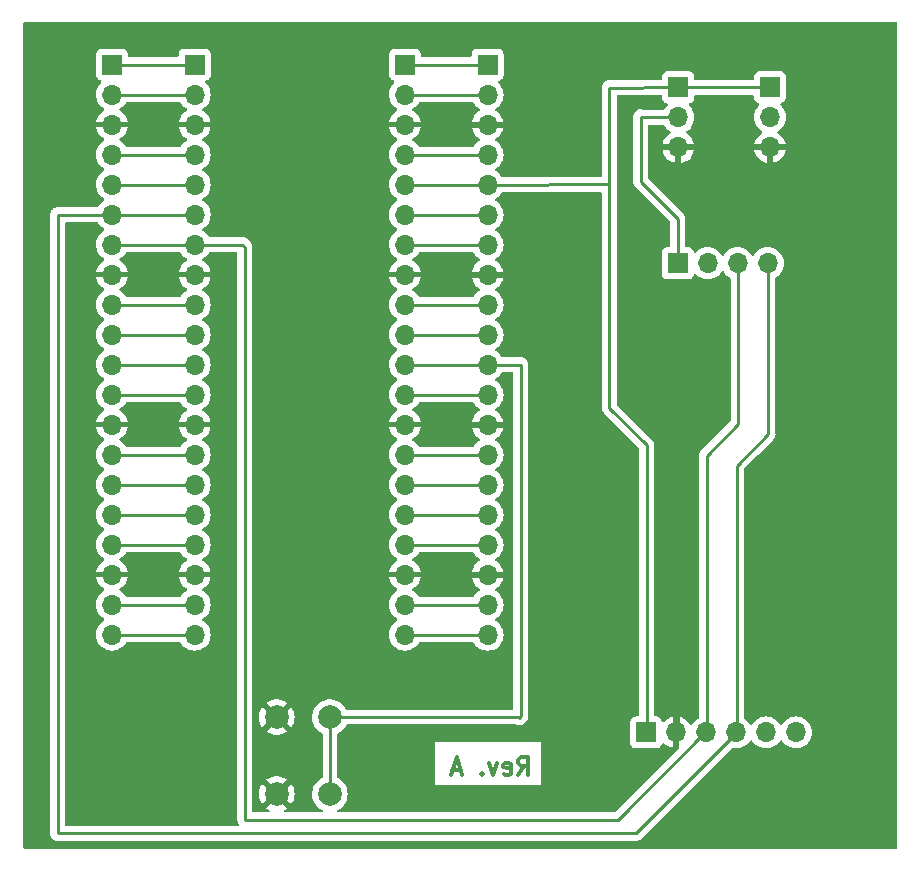
<source format=gbr>
%TF.GenerationSoftware,KiCad,Pcbnew,7.0.2*%
%TF.CreationDate,2023-06-06T15:03:05-03:00*%
%TF.ProjectId,Pico-Carrier,5069636f-2d43-4617-9272-6965722e6b69,rev?*%
%TF.SameCoordinates,Original*%
%TF.FileFunction,Copper,L2,Bot*%
%TF.FilePolarity,Positive*%
%FSLAX46Y46*%
G04 Gerber Fmt 4.6, Leading zero omitted, Abs format (unit mm)*
G04 Created by KiCad (PCBNEW 7.0.2) date 2023-06-06 15:03:05*
%MOMM*%
%LPD*%
G01*
G04 APERTURE LIST*
%ADD10C,0.300000*%
%TA.AperFunction,NonConductor*%
%ADD11C,0.300000*%
%TD*%
%TA.AperFunction,ComponentPad*%
%ADD12R,1.700000X1.700000*%
%TD*%
%TA.AperFunction,ComponentPad*%
%ADD13O,1.700000X1.700000*%
%TD*%
%TA.AperFunction,ComponentPad*%
%ADD14C,2.000000*%
%TD*%
%TA.AperFunction,ViaPad*%
%ADD15C,0.800000*%
%TD*%
%TA.AperFunction,Conductor*%
%ADD16C,0.250000*%
%TD*%
G04 APERTURE END LIST*
D10*
D11*
X149785714Y-106316428D02*
X150285714Y-105602142D01*
X150642857Y-106316428D02*
X150642857Y-104816428D01*
X150642857Y-104816428D02*
X150071428Y-104816428D01*
X150071428Y-104816428D02*
X149928571Y-104887857D01*
X149928571Y-104887857D02*
X149857142Y-104959285D01*
X149857142Y-104959285D02*
X149785714Y-105102142D01*
X149785714Y-105102142D02*
X149785714Y-105316428D01*
X149785714Y-105316428D02*
X149857142Y-105459285D01*
X149857142Y-105459285D02*
X149928571Y-105530714D01*
X149928571Y-105530714D02*
X150071428Y-105602142D01*
X150071428Y-105602142D02*
X150642857Y-105602142D01*
X148571428Y-106245000D02*
X148714285Y-106316428D01*
X148714285Y-106316428D02*
X149000000Y-106316428D01*
X149000000Y-106316428D02*
X149142857Y-106245000D01*
X149142857Y-106245000D02*
X149214285Y-106102142D01*
X149214285Y-106102142D02*
X149214285Y-105530714D01*
X149214285Y-105530714D02*
X149142857Y-105387857D01*
X149142857Y-105387857D02*
X149000000Y-105316428D01*
X149000000Y-105316428D02*
X148714285Y-105316428D01*
X148714285Y-105316428D02*
X148571428Y-105387857D01*
X148571428Y-105387857D02*
X148500000Y-105530714D01*
X148500000Y-105530714D02*
X148500000Y-105673571D01*
X148500000Y-105673571D02*
X149214285Y-105816428D01*
X148000000Y-105316428D02*
X147642857Y-106316428D01*
X147642857Y-106316428D02*
X147285714Y-105316428D01*
X146714286Y-106173571D02*
X146642857Y-106245000D01*
X146642857Y-106245000D02*
X146714286Y-106316428D01*
X146714286Y-106316428D02*
X146785714Y-106245000D01*
X146785714Y-106245000D02*
X146714286Y-106173571D01*
X146714286Y-106173571D02*
X146714286Y-106316428D01*
X144928571Y-105887857D02*
X144214286Y-105887857D01*
X145071428Y-106316428D02*
X144571428Y-104816428D01*
X144571428Y-104816428D02*
X144071428Y-106316428D01*
D12*
%TO.P,J1,1,Pin_1*%
%TO.N,Net-(J1-Pin_1)*%
X122400000Y-46200000D03*
D13*
%TO.P,J1,2,Pin_2*%
%TO.N,Net-(J1-Pin_2)*%
X122400000Y-48740000D03*
%TO.P,J1,3,Pin_3*%
%TO.N,GND*%
X122400000Y-51280000D03*
%TO.P,J1,4,Pin_4*%
%TO.N,Net-(J1-Pin_4)*%
X122400000Y-53820000D03*
%TO.P,J1,5,Pin_5*%
%TO.N,Net-(J1-Pin_5)*%
X122400000Y-56360000D03*
%TO.P,J1,6,Pin_6*%
%TO.N,/SDA*%
X122400000Y-58900000D03*
%TO.P,J1,7,Pin_7*%
%TO.N,/SCL*%
X122400000Y-61440000D03*
%TO.P,J1,8,Pin_8*%
%TO.N,GND*%
X122400000Y-63980000D03*
%TO.P,J1,9,Pin_9*%
%TO.N,Net-(J1-Pin_9)*%
X122400000Y-66520000D03*
%TO.P,J1,10,Pin_10*%
%TO.N,Net-(J1-Pin_10)*%
X122400000Y-69060000D03*
%TO.P,J1,11,Pin_11*%
%TO.N,Net-(J1-Pin_11)*%
X122400000Y-71600000D03*
%TO.P,J1,12,Pin_12*%
%TO.N,Net-(J1-Pin_12)*%
X122400000Y-74140000D03*
%TO.P,J1,13,Pin_13*%
%TO.N,GND*%
X122400000Y-76680000D03*
%TO.P,J1,14,Pin_14*%
%TO.N,Net-(J1-Pin_14)*%
X122400000Y-79220000D03*
%TO.P,J1,15,Pin_15*%
%TO.N,Net-(J1-Pin_15)*%
X122400000Y-81760000D03*
%TO.P,J1,16,Pin_16*%
%TO.N,Net-(J1-Pin_16)*%
X122400000Y-84300000D03*
%TO.P,J1,17,Pin_17*%
%TO.N,Net-(J1-Pin_17)*%
X122400000Y-86840000D03*
%TO.P,J1,18,Pin_18*%
%TO.N,GND*%
X122400000Y-89380000D03*
%TO.P,J1,19,Pin_19*%
%TO.N,Net-(J1-Pin_19)*%
X122400000Y-91920000D03*
%TO.P,J1,20,Pin_20*%
%TO.N,Net-(J1-Pin_20)*%
X122400000Y-94460000D03*
%TD*%
D12*
%TO.P,J6,1,Pin_1*%
%TO.N,/3V3*%
X160630000Y-102750000D03*
D13*
%TO.P,J6,2,Pin_2*%
%TO.N,GND*%
X163170000Y-102750000D03*
%TO.P,J6,3,Pin_3*%
%TO.N,/SCL*%
X165710000Y-102750000D03*
%TO.P,J6,4,Pin_4*%
%TO.N,/SDA*%
X168250000Y-102750000D03*
%TO.P,J6,5,Pin_5*%
%TO.N,unconnected-(J6-Pin_5-Pad5)*%
X170790000Y-102750000D03*
%TO.P,J6,6,Pin_6*%
%TO.N,unconnected-(J6-Pin_6-Pad6)*%
X173330000Y-102750000D03*
%TD*%
D12*
%TO.P,J5,1,Pin_1*%
%TO.N,/3V3*%
X171100000Y-48110000D03*
D13*
%TO.P,J5,2,Pin_2*%
%TO.N,Net-(J3-Pin_2)*%
X171100000Y-50650000D03*
%TO.P,J5,3,Pin_3*%
%TO.N,GND*%
X171100000Y-53190000D03*
%TD*%
D12*
%TO.P,J7,1,Pin_1*%
%TO.N,Net-(J1-Pin_1)*%
X115400000Y-46200000D03*
D13*
%TO.P,J7,2,Pin_2*%
%TO.N,Net-(J1-Pin_2)*%
X115400000Y-48740000D03*
%TO.P,J7,3,Pin_3*%
%TO.N,GND*%
X115400000Y-51280000D03*
%TO.P,J7,4,Pin_4*%
%TO.N,Net-(J1-Pin_4)*%
X115400000Y-53820000D03*
%TO.P,J7,5,Pin_5*%
%TO.N,Net-(J1-Pin_5)*%
X115400000Y-56360000D03*
%TO.P,J7,6,Pin_6*%
%TO.N,/SDA*%
X115400000Y-58900000D03*
%TO.P,J7,7,Pin_7*%
%TO.N,/SCL*%
X115400000Y-61440000D03*
%TO.P,J7,8,Pin_8*%
%TO.N,GND*%
X115400000Y-63980000D03*
%TO.P,J7,9,Pin_9*%
%TO.N,Net-(J1-Pin_9)*%
X115400000Y-66520000D03*
%TO.P,J7,10,Pin_10*%
%TO.N,Net-(J1-Pin_10)*%
X115400000Y-69060000D03*
%TO.P,J7,11,Pin_11*%
%TO.N,Net-(J1-Pin_11)*%
X115400000Y-71600000D03*
%TO.P,J7,12,Pin_12*%
%TO.N,Net-(J1-Pin_12)*%
X115400000Y-74140000D03*
%TO.P,J7,13,Pin_13*%
%TO.N,GND*%
X115400000Y-76680000D03*
%TO.P,J7,14,Pin_14*%
%TO.N,Net-(J1-Pin_14)*%
X115400000Y-79220000D03*
%TO.P,J7,15,Pin_15*%
%TO.N,Net-(J1-Pin_15)*%
X115400000Y-81760000D03*
%TO.P,J7,16,Pin_16*%
%TO.N,Net-(J1-Pin_16)*%
X115400000Y-84300000D03*
%TO.P,J7,17,Pin_17*%
%TO.N,Net-(J1-Pin_17)*%
X115400000Y-86840000D03*
%TO.P,J7,18,Pin_18*%
%TO.N,GND*%
X115400000Y-89380000D03*
%TO.P,J7,19,Pin_19*%
%TO.N,Net-(J1-Pin_19)*%
X115400000Y-91920000D03*
%TO.P,J7,20,Pin_20*%
%TO.N,Net-(J1-Pin_20)*%
X115400000Y-94460000D03*
%TD*%
D12*
%TO.P,J4,1,Pin_1*%
%TO.N,/3V3*%
X163350000Y-48125000D03*
D13*
%TO.P,J4,2,Pin_2*%
%TO.N,Net-(J3-Pin_1)*%
X163350000Y-50665000D03*
%TO.P,J4,3,Pin_3*%
%TO.N,GND*%
X163350000Y-53205000D03*
%TD*%
D12*
%TO.P,J8,1,Pin_1*%
%TO.N,Net-(J2-Pin_1)*%
X147200000Y-46210000D03*
D13*
%TO.P,J8,2,Pin_2*%
%TO.N,Net-(J2-Pin_2)*%
X147200000Y-48750000D03*
%TO.P,J8,3,Pin_3*%
%TO.N,GND*%
X147200000Y-51290000D03*
%TO.P,J8,4,Pin_4*%
%TO.N,Net-(J2-Pin_4)*%
X147200000Y-53830000D03*
%TO.P,J8,5,Pin_5*%
%TO.N,/3V3*%
X147200000Y-56370000D03*
%TO.P,J8,6,Pin_6*%
%TO.N,Net-(J2-Pin_6)*%
X147200000Y-58910000D03*
%TO.P,J8,7,Pin_7*%
%TO.N,Net-(J2-Pin_7)*%
X147200000Y-61450000D03*
%TO.P,J8,8,Pin_8*%
%TO.N,GND*%
X147200000Y-63990000D03*
%TO.P,J8,9,Pin_9*%
%TO.N,Net-(J2-Pin_9)*%
X147200000Y-66530000D03*
%TO.P,J8,10,Pin_10*%
%TO.N,Net-(J2-Pin_10)*%
X147200000Y-69070000D03*
%TO.P,J8,11,Pin_11*%
%TO.N,/RUN*%
X147200000Y-71610000D03*
%TO.P,J8,12,Pin_12*%
%TO.N,Net-(J2-Pin_12)*%
X147200000Y-74150000D03*
%TO.P,J8,13,Pin_13*%
%TO.N,GND*%
X147200000Y-76690000D03*
%TO.P,J8,14,Pin_14*%
%TO.N,Net-(J2-Pin_14)*%
X147200000Y-79230000D03*
%TO.P,J8,15,Pin_15*%
%TO.N,Net-(J2-Pin_15)*%
X147200000Y-81770000D03*
%TO.P,J8,16,Pin_16*%
%TO.N,Net-(J2-Pin_16)*%
X147200000Y-84310000D03*
%TO.P,J8,17,Pin_17*%
%TO.N,Net-(J2-Pin_17)*%
X147200000Y-86850000D03*
%TO.P,J8,18,Pin_18*%
%TO.N,GND*%
X147200000Y-89390000D03*
%TO.P,J8,19,Pin_19*%
%TO.N,Net-(J2-Pin_19)*%
X147200000Y-91930000D03*
%TO.P,J8,20,Pin_20*%
%TO.N,Net-(J2-Pin_20)*%
X147200000Y-94470000D03*
%TD*%
D14*
%TO.P,SW1,1,1*%
%TO.N,/RUN*%
X133850000Y-101450000D03*
X133850000Y-107950000D03*
%TO.P,SW1,2,2*%
%TO.N,GND*%
X129350000Y-101450000D03*
X129350000Y-107950000D03*
%TD*%
D12*
%TO.P,J2,1,Pin_1*%
%TO.N,Net-(J2-Pin_1)*%
X140200000Y-46200000D03*
D13*
%TO.P,J2,2,Pin_2*%
%TO.N,Net-(J2-Pin_2)*%
X140200000Y-48740000D03*
%TO.P,J2,3,Pin_3*%
%TO.N,GND*%
X140200000Y-51280000D03*
%TO.P,J2,4,Pin_4*%
%TO.N,Net-(J2-Pin_4)*%
X140200000Y-53820000D03*
%TO.P,J2,5,Pin_5*%
%TO.N,/3V3*%
X140200000Y-56360000D03*
%TO.P,J2,6,Pin_6*%
%TO.N,Net-(J2-Pin_6)*%
X140200000Y-58900000D03*
%TO.P,J2,7,Pin_7*%
%TO.N,Net-(J2-Pin_7)*%
X140200000Y-61440000D03*
%TO.P,J2,8,Pin_8*%
%TO.N,GND*%
X140200000Y-63980000D03*
%TO.P,J2,9,Pin_9*%
%TO.N,Net-(J2-Pin_9)*%
X140200000Y-66520000D03*
%TO.P,J2,10,Pin_10*%
%TO.N,Net-(J2-Pin_10)*%
X140200000Y-69060000D03*
%TO.P,J2,11,Pin_11*%
%TO.N,/RUN*%
X140200000Y-71600000D03*
%TO.P,J2,12,Pin_12*%
%TO.N,Net-(J2-Pin_12)*%
X140200000Y-74140000D03*
%TO.P,J2,13,Pin_13*%
%TO.N,GND*%
X140200000Y-76680000D03*
%TO.P,J2,14,Pin_14*%
%TO.N,Net-(J2-Pin_14)*%
X140200000Y-79220000D03*
%TO.P,J2,15,Pin_15*%
%TO.N,Net-(J2-Pin_15)*%
X140200000Y-81760000D03*
%TO.P,J2,16,Pin_16*%
%TO.N,Net-(J2-Pin_16)*%
X140200000Y-84300000D03*
%TO.P,J2,17,Pin_17*%
%TO.N,Net-(J2-Pin_17)*%
X140200000Y-86840000D03*
%TO.P,J2,18,Pin_18*%
%TO.N,GND*%
X140200000Y-89380000D03*
%TO.P,J2,19,Pin_19*%
%TO.N,Net-(J2-Pin_19)*%
X140200000Y-91920000D03*
%TO.P,J2,20,Pin_20*%
%TO.N,Net-(J2-Pin_20)*%
X140200000Y-94460000D03*
%TD*%
D12*
%TO.P,J3,1,Pin_1*%
%TO.N,Net-(J3-Pin_1)*%
X163300000Y-63025000D03*
D13*
%TO.P,J3,2,Pin_2*%
%TO.N,Net-(J3-Pin_2)*%
X165840000Y-63025000D03*
%TO.P,J3,3,Pin_3*%
%TO.N,/SCL*%
X168380000Y-63025000D03*
%TO.P,J3,4,Pin_4*%
%TO.N,/SDA*%
X170920000Y-63025000D03*
%TD*%
D15*
%TO.N,GND*%
X163300000Y-98300000D03*
X170950000Y-98350000D03*
X129300000Y-89300000D03*
X124900000Y-89300000D03*
%TD*%
D16*
%TO.N,Net-(J1-Pin_1)*%
X122400000Y-46200000D02*
X115400000Y-46200000D01*
%TO.N,Net-(J1-Pin_2)*%
X122400000Y-48740000D02*
X115400000Y-48740000D01*
%TO.N,GND*%
X147190000Y-63980000D02*
X147200000Y-63990000D01*
X147190000Y-76680000D02*
X147200000Y-76690000D01*
X140200000Y-51280000D02*
X147190000Y-51280000D01*
X140200000Y-76680000D02*
X147190000Y-76680000D01*
X122400000Y-76680000D02*
X115400000Y-76680000D01*
X140200000Y-63980000D02*
X147190000Y-63980000D01*
X122400000Y-89380000D02*
X124820000Y-89380000D01*
X122400000Y-51280000D02*
X115400000Y-51280000D01*
X163320000Y-102700000D02*
X163320000Y-98320000D01*
X122400000Y-63980000D02*
X115400000Y-63980000D01*
X124820000Y-89380000D02*
X124900000Y-89300000D01*
X140200000Y-89380000D02*
X147190000Y-89380000D01*
X122400000Y-89380000D02*
X115400000Y-89380000D01*
X147190000Y-51280000D02*
X147200000Y-51290000D01*
X147190000Y-89380000D02*
X147200000Y-89390000D01*
%TO.N,Net-(J1-Pin_4)*%
X122400000Y-53820000D02*
X115400000Y-53820000D01*
%TO.N,Net-(J1-Pin_5)*%
X122400000Y-56360000D02*
X115400000Y-56360000D01*
%TO.N,/SDA*%
X168325000Y-102750000D02*
X159775000Y-111300000D01*
X170950000Y-62997500D02*
X170950000Y-77502500D01*
X110800000Y-58900000D02*
X115400000Y-58900000D01*
X170950000Y-77502500D02*
X168280000Y-80172500D01*
X168280000Y-80172500D02*
X168280000Y-102722500D01*
X159775000Y-111300000D02*
X110800000Y-111300000D01*
X122400000Y-58900000D02*
X115400000Y-58900000D01*
X110800000Y-111300000D02*
X110800000Y-58900000D01*
%TO.N,/SCL*%
X158250000Y-110150000D02*
X126650000Y-110150000D01*
X168410000Y-76642500D02*
X165740000Y-79312500D01*
X165650000Y-102750000D02*
X158250000Y-110150000D01*
X165740000Y-79312500D02*
X165740000Y-102722500D01*
X126650000Y-110150000D02*
X126650000Y-61650000D01*
X126440000Y-61440000D02*
X122400000Y-61440000D01*
X122400000Y-61440000D02*
X115400000Y-61440000D01*
X168410000Y-62997500D02*
X168410000Y-76642500D01*
X126650000Y-61650000D02*
X126440000Y-61440000D01*
%TO.N,Net-(J1-Pin_9)*%
X122400000Y-66520000D02*
X115400000Y-66520000D01*
%TO.N,Net-(J1-Pin_10)*%
X122400000Y-69060000D02*
X115400000Y-69060000D01*
%TO.N,Net-(J1-Pin_11)*%
X122400000Y-71600000D02*
X115400000Y-71600000D01*
%TO.N,Net-(J1-Pin_12)*%
X122400000Y-74140000D02*
X115400000Y-74140000D01*
%TO.N,Net-(J1-Pin_14)*%
X122400000Y-79220000D02*
X115400000Y-79220000D01*
%TO.N,Net-(J1-Pin_15)*%
X122400000Y-81760000D02*
X115400000Y-81760000D01*
%TO.N,Net-(J1-Pin_16)*%
X122400000Y-84300000D02*
X115400000Y-84300000D01*
%TO.N,Net-(J1-Pin_17)*%
X122400000Y-86840000D02*
X115400000Y-86840000D01*
%TO.N,Net-(J1-Pin_19)*%
X122400000Y-91920000D02*
X115400000Y-91920000D01*
%TO.N,Net-(J1-Pin_20)*%
X122400000Y-94460000D02*
X115400000Y-94460000D01*
%TO.N,Net-(J2-Pin_1)*%
X140200000Y-46200000D02*
X147190000Y-46200000D01*
X147190000Y-46200000D02*
X147200000Y-46210000D01*
%TO.N,Net-(J2-Pin_2)*%
X140200000Y-48740000D02*
X147190000Y-48740000D01*
X147190000Y-48740000D02*
X147200000Y-48750000D01*
%TO.N,Net-(J2-Pin_4)*%
X140200000Y-53820000D02*
X147190000Y-53820000D01*
X147190000Y-53820000D02*
X147200000Y-53830000D01*
%TO.N,/3V3*%
X140200000Y-56360000D02*
X147190000Y-56360000D01*
X163350000Y-48125000D02*
X157500000Y-48150000D01*
X157500000Y-75250000D02*
X160700000Y-78450000D01*
X147190000Y-56360000D02*
X147200000Y-56370000D01*
X160680000Y-78470000D02*
X160680000Y-102750000D01*
X163350000Y-48125000D02*
X171085000Y-48125000D01*
X157500000Y-48150000D02*
X157500000Y-56350000D01*
X171085000Y-48125000D02*
X171100000Y-48110000D01*
X157500000Y-56350000D02*
X147200000Y-56370000D01*
X157500000Y-56350000D02*
X157500000Y-75250000D01*
%TO.N,Net-(J2-Pin_6)*%
X140200000Y-58900000D02*
X147190000Y-58900000D01*
X147190000Y-58900000D02*
X147200000Y-58910000D01*
%TO.N,Net-(J2-Pin_7)*%
X147190000Y-61440000D02*
X147200000Y-61450000D01*
X140200000Y-61440000D02*
X147190000Y-61440000D01*
%TO.N,Net-(J2-Pin_9)*%
X147190000Y-66520000D02*
X147200000Y-66530000D01*
X140200000Y-66520000D02*
X147190000Y-66520000D01*
%TO.N,Net-(J2-Pin_10)*%
X147190000Y-69060000D02*
X147200000Y-69070000D01*
X140200000Y-69060000D02*
X147190000Y-69060000D01*
%TO.N,/RUN*%
X147190000Y-71600000D02*
X147200000Y-71610000D01*
X140200000Y-71600000D02*
X147190000Y-71600000D01*
X147200000Y-71610000D02*
X149990000Y-71610000D01*
X133850000Y-101450000D02*
X133850000Y-107950000D01*
X149990000Y-71610000D02*
X150000000Y-71600000D01*
X149900000Y-101500000D02*
X149850000Y-101450000D01*
X150000000Y-101400000D02*
X149900000Y-101500000D01*
X150000000Y-71600000D02*
X150000000Y-101400000D01*
X149850000Y-101450000D02*
X133850000Y-101450000D01*
%TO.N,Net-(J2-Pin_12)*%
X140200000Y-74140000D02*
X147190000Y-74140000D01*
X147190000Y-74140000D02*
X147200000Y-74150000D01*
%TO.N,Net-(J2-Pin_14)*%
X140200000Y-79220000D02*
X147190000Y-79220000D01*
X147190000Y-79220000D02*
X147200000Y-79230000D01*
%TO.N,Net-(J2-Pin_15)*%
X140200000Y-81760000D02*
X147190000Y-81760000D01*
X147190000Y-81760000D02*
X147200000Y-81770000D01*
%TO.N,Net-(J2-Pin_16)*%
X140200000Y-84300000D02*
X147190000Y-84300000D01*
X147190000Y-84300000D02*
X147200000Y-84310000D01*
%TO.N,Net-(J2-Pin_17)*%
X140200000Y-86840000D02*
X147190000Y-86840000D01*
X147190000Y-86840000D02*
X147200000Y-86850000D01*
%TO.N,Net-(J2-Pin_19)*%
X140200000Y-91920000D02*
X147190000Y-91920000D01*
X147190000Y-91920000D02*
X147200000Y-91930000D01*
%TO.N,Net-(J2-Pin_20)*%
X147190000Y-94460000D02*
X147200000Y-94470000D01*
X140200000Y-94460000D02*
X147190000Y-94460000D01*
%TO.N,Net-(J3-Pin_1)*%
X160150000Y-56112500D02*
X163300000Y-59262500D01*
X163300000Y-59262500D02*
X163300000Y-63037500D01*
X163350000Y-50665000D02*
X160190000Y-50665000D01*
X160150000Y-50625000D02*
X160150000Y-56075000D01*
%TD*%
%TA.AperFunction,Conductor*%
%TO.N,GND*%
G36*
X114191812Y-59545185D02*
G01*
X114226345Y-59578373D01*
X114361505Y-59771401D01*
X114528599Y-59938495D01*
X114714160Y-60068426D01*
X114757783Y-60123002D01*
X114764976Y-60192501D01*
X114733454Y-60254855D01*
X114714159Y-60271575D01*
X114528595Y-60401508D01*
X114361505Y-60568598D01*
X114225965Y-60762170D01*
X114126097Y-60976336D01*
X114064936Y-61204592D01*
X114044340Y-61440000D01*
X114064936Y-61675407D01*
X114102998Y-61817454D01*
X114126097Y-61903663D01*
X114225965Y-62117830D01*
X114361505Y-62311401D01*
X114528599Y-62478495D01*
X114714596Y-62608732D01*
X114758219Y-62663307D01*
X114765412Y-62732806D01*
X114733890Y-62795160D01*
X114714595Y-62811880D01*
X114528919Y-62941892D01*
X114361890Y-63108921D01*
X114226400Y-63302421D01*
X114126569Y-63516507D01*
X114069364Y-63729999D01*
X114069364Y-63730000D01*
X114966314Y-63730000D01*
X114940507Y-63770156D01*
X114900000Y-63908111D01*
X114900000Y-64051889D01*
X114940507Y-64189844D01*
X114966314Y-64230000D01*
X114069364Y-64230000D01*
X114126569Y-64443492D01*
X114226399Y-64657576D01*
X114361893Y-64851081D01*
X114528918Y-65018106D01*
X114714595Y-65148119D01*
X114758219Y-65202696D01*
X114765412Y-65272195D01*
X114733890Y-65334549D01*
X114714595Y-65351269D01*
X114528595Y-65481508D01*
X114361505Y-65648598D01*
X114225965Y-65842170D01*
X114126097Y-66056336D01*
X114064936Y-66284592D01*
X114044340Y-66520000D01*
X114064936Y-66755407D01*
X114067616Y-66765407D01*
X114126097Y-66983663D01*
X114225965Y-67197830D01*
X114361505Y-67391401D01*
X114528599Y-67558495D01*
X114714160Y-67688426D01*
X114757783Y-67743002D01*
X114764976Y-67812501D01*
X114733454Y-67874855D01*
X114714159Y-67891575D01*
X114528595Y-68021508D01*
X114361505Y-68188598D01*
X114225965Y-68382170D01*
X114126097Y-68596336D01*
X114064936Y-68824592D01*
X114044340Y-69059999D01*
X114064936Y-69295407D01*
X114067616Y-69305407D01*
X114126097Y-69523663D01*
X114225965Y-69737830D01*
X114361505Y-69931401D01*
X114528599Y-70098495D01*
X114714160Y-70228426D01*
X114757783Y-70283002D01*
X114764976Y-70352501D01*
X114733454Y-70414855D01*
X114714159Y-70431575D01*
X114528595Y-70561508D01*
X114361505Y-70728598D01*
X114225965Y-70922170D01*
X114126097Y-71136336D01*
X114064936Y-71364592D01*
X114044340Y-71600000D01*
X114064936Y-71835407D01*
X114109709Y-72002502D01*
X114126097Y-72063663D01*
X114225965Y-72277830D01*
X114361505Y-72471401D01*
X114528599Y-72638495D01*
X114714160Y-72768426D01*
X114757783Y-72823002D01*
X114764976Y-72892501D01*
X114733454Y-72954855D01*
X114714159Y-72971575D01*
X114528595Y-73101508D01*
X114361505Y-73268598D01*
X114225965Y-73462170D01*
X114126097Y-73676336D01*
X114064936Y-73904592D01*
X114044340Y-74139999D01*
X114064936Y-74375407D01*
X114067616Y-74385407D01*
X114126097Y-74603663D01*
X114225965Y-74817830D01*
X114361505Y-75011401D01*
X114528599Y-75178495D01*
X114714596Y-75308732D01*
X114758219Y-75363307D01*
X114765412Y-75432806D01*
X114733890Y-75495160D01*
X114714595Y-75511880D01*
X114528919Y-75641892D01*
X114361890Y-75808921D01*
X114226400Y-76002421D01*
X114126569Y-76216507D01*
X114069364Y-76429999D01*
X114069364Y-76430000D01*
X114966314Y-76430000D01*
X114940507Y-76470156D01*
X114900000Y-76608111D01*
X114900000Y-76751889D01*
X114940507Y-76889844D01*
X114966314Y-76930000D01*
X114069364Y-76930000D01*
X114126569Y-77143492D01*
X114226399Y-77357576D01*
X114361893Y-77551081D01*
X114528918Y-77718106D01*
X114714595Y-77848119D01*
X114758219Y-77902696D01*
X114765412Y-77972195D01*
X114733890Y-78034549D01*
X114714595Y-78051269D01*
X114528595Y-78181508D01*
X114361505Y-78348598D01*
X114225965Y-78542170D01*
X114126097Y-78756336D01*
X114064936Y-78984592D01*
X114044340Y-79220000D01*
X114064936Y-79455407D01*
X114067616Y-79465407D01*
X114126097Y-79683663D01*
X114225965Y-79897830D01*
X114361505Y-80091401D01*
X114528599Y-80258495D01*
X114714160Y-80388426D01*
X114757783Y-80443002D01*
X114764976Y-80512501D01*
X114733454Y-80574855D01*
X114714159Y-80591575D01*
X114528595Y-80721508D01*
X114361505Y-80888598D01*
X114225965Y-81082170D01*
X114126097Y-81296336D01*
X114064936Y-81524592D01*
X114044340Y-81760000D01*
X114064936Y-81995407D01*
X114067616Y-82005407D01*
X114126097Y-82223663D01*
X114225965Y-82437830D01*
X114361505Y-82631401D01*
X114528599Y-82798495D01*
X114714160Y-82928426D01*
X114757783Y-82983002D01*
X114764976Y-83052501D01*
X114733454Y-83114855D01*
X114714159Y-83131575D01*
X114528595Y-83261508D01*
X114361505Y-83428598D01*
X114225965Y-83622170D01*
X114126097Y-83836336D01*
X114064936Y-84064592D01*
X114044340Y-84300000D01*
X114064936Y-84535407D01*
X114067616Y-84545407D01*
X114126097Y-84763663D01*
X114225965Y-84977830D01*
X114361505Y-85171401D01*
X114528599Y-85338495D01*
X114714160Y-85468426D01*
X114757783Y-85523002D01*
X114764976Y-85592501D01*
X114733454Y-85654855D01*
X114714159Y-85671575D01*
X114528595Y-85801508D01*
X114361505Y-85968598D01*
X114225965Y-86162170D01*
X114126097Y-86376336D01*
X114064936Y-86604592D01*
X114044340Y-86839999D01*
X114064936Y-87075407D01*
X114067616Y-87085407D01*
X114126097Y-87303663D01*
X114225965Y-87517830D01*
X114361505Y-87711401D01*
X114528599Y-87878495D01*
X114714596Y-88008732D01*
X114758219Y-88063307D01*
X114765412Y-88132806D01*
X114733890Y-88195160D01*
X114714595Y-88211880D01*
X114528919Y-88341892D01*
X114361890Y-88508921D01*
X114226400Y-88702421D01*
X114126569Y-88916507D01*
X114069364Y-89129999D01*
X114069364Y-89130000D01*
X114966314Y-89130000D01*
X114940507Y-89170156D01*
X114900000Y-89308111D01*
X114900000Y-89451889D01*
X114940507Y-89589844D01*
X114966314Y-89630000D01*
X114069364Y-89630000D01*
X114126569Y-89843492D01*
X114226399Y-90057576D01*
X114361893Y-90251081D01*
X114528918Y-90418106D01*
X114714595Y-90548119D01*
X114758219Y-90602696D01*
X114765412Y-90672195D01*
X114733890Y-90734549D01*
X114714595Y-90751269D01*
X114528595Y-90881508D01*
X114361505Y-91048598D01*
X114225965Y-91242170D01*
X114126097Y-91456336D01*
X114064936Y-91684592D01*
X114044340Y-91919999D01*
X114064936Y-92155407D01*
X114067616Y-92165407D01*
X114126097Y-92383663D01*
X114225965Y-92597830D01*
X114361505Y-92791401D01*
X114528599Y-92958495D01*
X114714160Y-93088426D01*
X114757783Y-93143002D01*
X114764976Y-93212501D01*
X114733454Y-93274855D01*
X114714159Y-93291575D01*
X114528595Y-93421508D01*
X114361505Y-93588598D01*
X114225965Y-93782170D01*
X114126097Y-93996336D01*
X114064936Y-94224592D01*
X114044340Y-94460000D01*
X114064936Y-94695407D01*
X114067616Y-94705407D01*
X114126097Y-94923663D01*
X114225965Y-95137830D01*
X114361505Y-95331401D01*
X114528599Y-95498495D01*
X114722170Y-95634035D01*
X114936337Y-95733903D01*
X115164592Y-95795063D01*
X115400000Y-95815659D01*
X115635408Y-95795063D01*
X115863663Y-95733903D01*
X116077830Y-95634035D01*
X116271401Y-95498495D01*
X116438495Y-95331401D01*
X116573653Y-95138374D01*
X116628229Y-95094752D01*
X116675227Y-95085500D01*
X121124773Y-95085500D01*
X121191812Y-95105185D01*
X121226345Y-95138373D01*
X121361505Y-95331401D01*
X121528599Y-95498495D01*
X121722170Y-95634035D01*
X121936337Y-95733903D01*
X122164591Y-95795063D01*
X122164592Y-95795063D01*
X122399999Y-95815659D01*
X122399999Y-95815658D01*
X122400000Y-95815659D01*
X122635408Y-95795063D01*
X122863663Y-95733903D01*
X123077830Y-95634035D01*
X123271401Y-95498495D01*
X123438495Y-95331401D01*
X123574035Y-95137830D01*
X123673903Y-94923663D01*
X123735063Y-94695408D01*
X123755659Y-94460000D01*
X123735063Y-94224592D01*
X123673903Y-93996337D01*
X123574035Y-93782171D01*
X123438495Y-93588599D01*
X123271401Y-93421505D01*
X123085839Y-93291573D01*
X123042215Y-93236997D01*
X123035023Y-93167498D01*
X123066545Y-93105144D01*
X123085831Y-93088432D01*
X123271401Y-92958495D01*
X123438495Y-92791401D01*
X123574035Y-92597830D01*
X123673903Y-92383663D01*
X123735063Y-92155408D01*
X123755659Y-91920000D01*
X123735063Y-91684592D01*
X123673903Y-91456337D01*
X123574035Y-91242171D01*
X123438495Y-91048599D01*
X123271401Y-90881505D01*
X123085402Y-90751267D01*
X123041780Y-90696692D01*
X123034587Y-90627193D01*
X123066109Y-90564839D01*
X123085405Y-90548119D01*
X123271078Y-90418109D01*
X123438106Y-90251081D01*
X123573600Y-90057576D01*
X123673430Y-89843492D01*
X123730636Y-89630000D01*
X122833686Y-89630000D01*
X122859493Y-89589844D01*
X122900000Y-89451889D01*
X122900000Y-89308111D01*
X122859493Y-89170156D01*
X122833686Y-89130000D01*
X123730636Y-89130000D01*
X123730635Y-89129999D01*
X123673430Y-88916507D01*
X123573599Y-88702421D01*
X123438109Y-88508921D01*
X123271081Y-88341893D01*
X123085404Y-88211880D01*
X123041780Y-88157303D01*
X123034587Y-88087804D01*
X123066109Y-88025450D01*
X123085399Y-88008734D01*
X123271401Y-87878495D01*
X123438495Y-87711401D01*
X123574035Y-87517830D01*
X123673903Y-87303663D01*
X123735063Y-87075408D01*
X123755659Y-86840000D01*
X123735063Y-86604592D01*
X123673903Y-86376337D01*
X123574035Y-86162171D01*
X123438495Y-85968599D01*
X123271401Y-85801505D01*
X123085839Y-85671573D01*
X123042216Y-85616998D01*
X123035022Y-85547500D01*
X123066545Y-85485145D01*
X123085837Y-85468428D01*
X123271401Y-85338495D01*
X123438495Y-85171401D01*
X123574035Y-84977830D01*
X123673903Y-84763663D01*
X123735063Y-84535408D01*
X123755659Y-84300000D01*
X123735063Y-84064592D01*
X123673903Y-83836337D01*
X123574035Y-83622171D01*
X123438495Y-83428599D01*
X123271401Y-83261505D01*
X123085839Y-83131573D01*
X123042215Y-83076997D01*
X123035023Y-83007498D01*
X123066545Y-82945144D01*
X123085831Y-82928432D01*
X123271401Y-82798495D01*
X123438495Y-82631401D01*
X123574035Y-82437830D01*
X123673903Y-82223663D01*
X123735063Y-81995408D01*
X123755659Y-81760000D01*
X123735063Y-81524592D01*
X123673903Y-81296337D01*
X123574035Y-81082171D01*
X123438495Y-80888599D01*
X123271401Y-80721505D01*
X123085839Y-80591573D01*
X123042216Y-80536998D01*
X123035022Y-80467500D01*
X123066545Y-80405145D01*
X123085837Y-80388428D01*
X123271401Y-80258495D01*
X123438495Y-80091401D01*
X123574035Y-79897830D01*
X123673903Y-79683663D01*
X123735063Y-79455408D01*
X123755659Y-79220000D01*
X123735063Y-78984592D01*
X123673903Y-78756337D01*
X123574035Y-78542171D01*
X123438495Y-78348599D01*
X123271401Y-78181505D01*
X123085402Y-78051267D01*
X123041780Y-77996692D01*
X123034587Y-77927193D01*
X123066109Y-77864839D01*
X123085405Y-77848119D01*
X123271078Y-77718109D01*
X123438106Y-77551081D01*
X123573600Y-77357576D01*
X123673430Y-77143492D01*
X123730636Y-76930000D01*
X122833686Y-76930000D01*
X122859493Y-76889844D01*
X122900000Y-76751889D01*
X122900000Y-76608111D01*
X122859493Y-76470156D01*
X122833686Y-76430000D01*
X123730636Y-76430000D01*
X123730635Y-76429999D01*
X123673430Y-76216507D01*
X123573599Y-76002421D01*
X123438109Y-75808921D01*
X123271081Y-75641893D01*
X123085404Y-75511880D01*
X123041780Y-75457303D01*
X123034587Y-75387804D01*
X123066109Y-75325450D01*
X123085399Y-75308734D01*
X123271401Y-75178495D01*
X123438495Y-75011401D01*
X123574035Y-74817830D01*
X123673903Y-74603663D01*
X123735063Y-74375408D01*
X123755659Y-74140000D01*
X123735063Y-73904592D01*
X123673903Y-73676337D01*
X123574035Y-73462171D01*
X123438495Y-73268599D01*
X123271401Y-73101505D01*
X123085839Y-72971573D01*
X123042215Y-72916997D01*
X123035023Y-72847498D01*
X123066545Y-72785144D01*
X123085831Y-72768432D01*
X123271401Y-72638495D01*
X123438495Y-72471401D01*
X123574035Y-72277830D01*
X123673903Y-72063663D01*
X123735063Y-71835408D01*
X123755659Y-71600000D01*
X123735063Y-71364592D01*
X123673903Y-71136337D01*
X123574035Y-70922171D01*
X123438495Y-70728599D01*
X123271401Y-70561505D01*
X123085839Y-70431573D01*
X123042216Y-70376998D01*
X123035022Y-70307500D01*
X123066545Y-70245145D01*
X123085837Y-70228428D01*
X123271401Y-70098495D01*
X123438495Y-69931401D01*
X123574035Y-69737830D01*
X123673903Y-69523663D01*
X123735063Y-69295408D01*
X123755659Y-69060000D01*
X123735063Y-68824592D01*
X123673903Y-68596337D01*
X123574035Y-68382171D01*
X123438495Y-68188599D01*
X123271401Y-68021505D01*
X123085839Y-67891573D01*
X123042215Y-67836997D01*
X123035023Y-67767498D01*
X123066545Y-67705144D01*
X123085831Y-67688432D01*
X123271401Y-67558495D01*
X123438495Y-67391401D01*
X123574035Y-67197830D01*
X123673903Y-66983663D01*
X123735063Y-66755408D01*
X123755659Y-66520000D01*
X123735063Y-66284592D01*
X123673903Y-66056337D01*
X123574035Y-65842171D01*
X123438495Y-65648599D01*
X123271401Y-65481505D01*
X123085402Y-65351267D01*
X123041780Y-65296692D01*
X123034587Y-65227193D01*
X123066109Y-65164839D01*
X123085405Y-65148119D01*
X123271078Y-65018109D01*
X123438106Y-64851081D01*
X123573600Y-64657576D01*
X123673430Y-64443492D01*
X123730636Y-64230000D01*
X122833686Y-64230000D01*
X122859493Y-64189844D01*
X122900000Y-64051889D01*
X122900000Y-63908111D01*
X122859493Y-63770156D01*
X122833686Y-63730000D01*
X123730636Y-63730000D01*
X123730635Y-63729999D01*
X123673430Y-63516507D01*
X123573599Y-63302421D01*
X123438109Y-63108921D01*
X123271081Y-62941893D01*
X123085404Y-62811880D01*
X123041780Y-62757303D01*
X123034587Y-62687804D01*
X123066109Y-62625450D01*
X123085399Y-62608734D01*
X123271401Y-62478495D01*
X123438495Y-62311401D01*
X123573653Y-62118374D01*
X123628229Y-62074752D01*
X123675227Y-62065500D01*
X125900500Y-62065500D01*
X125967539Y-62085185D01*
X126013294Y-62137989D01*
X126024500Y-62189500D01*
X126024500Y-110079151D01*
X126022304Y-110102385D01*
X126020772Y-110110412D01*
X126024255Y-110165757D01*
X126024500Y-110173544D01*
X126024500Y-110189350D01*
X126024987Y-110193209D01*
X126024988Y-110193218D01*
X126026481Y-110205035D01*
X126027213Y-110212787D01*
X126030695Y-110268137D01*
X126033220Y-110275908D01*
X126038310Y-110298678D01*
X126039335Y-110306788D01*
X126039336Y-110306792D01*
X126059602Y-110357978D01*
X126059753Y-110358360D01*
X126062390Y-110365684D01*
X126070755Y-110391427D01*
X126079533Y-110418441D01*
X126079534Y-110418442D01*
X126083910Y-110425339D01*
X126094500Y-110446123D01*
X126097513Y-110453732D01*
X126114865Y-110477615D01*
X126138345Y-110543421D01*
X126122519Y-110611475D01*
X126072414Y-110660170D01*
X126014547Y-110674500D01*
X111549500Y-110674500D01*
X111482461Y-110654815D01*
X111436706Y-110602011D01*
X111425500Y-110550500D01*
X111425500Y-59649500D01*
X111445185Y-59582461D01*
X111497989Y-59536706D01*
X111549500Y-59525500D01*
X114124773Y-59525500D01*
X114191812Y-59545185D01*
G37*
%TD.AperFunction*%
%TA.AperFunction,Conductor*%
G36*
X156817337Y-56996511D02*
G01*
X156863194Y-57049226D01*
X156874500Y-57100956D01*
X156874500Y-75167256D01*
X156872235Y-75187766D01*
X156874439Y-75257872D01*
X156874500Y-75261767D01*
X156874500Y-75289350D01*
X156874988Y-75293219D01*
X156874989Y-75293225D01*
X156875004Y-75293343D01*
X156875918Y-75304967D01*
X156877290Y-75348626D01*
X156882879Y-75367860D01*
X156886825Y-75386916D01*
X156889335Y-75406792D01*
X156905414Y-75447404D01*
X156909197Y-75458451D01*
X156921382Y-75500391D01*
X156931580Y-75517635D01*
X156940136Y-75535100D01*
X156947514Y-75553732D01*
X156947515Y-75553733D01*
X156973180Y-75589059D01*
X156979593Y-75598822D01*
X157001826Y-75636416D01*
X157001829Y-75636419D01*
X157001830Y-75636420D01*
X157015995Y-75650585D01*
X157028627Y-75665375D01*
X157040406Y-75681587D01*
X157074058Y-75709426D01*
X157082699Y-75717289D01*
X160018182Y-78652772D01*
X160051666Y-78714093D01*
X160054500Y-78740451D01*
X160054500Y-101275500D01*
X160034815Y-101342539D01*
X159982011Y-101388294D01*
X159930501Y-101399500D01*
X159735439Y-101399500D01*
X159735420Y-101399500D01*
X159732128Y-101399501D01*
X159728848Y-101399853D01*
X159728840Y-101399854D01*
X159672515Y-101405909D01*
X159537669Y-101456204D01*
X159422454Y-101542454D01*
X159336204Y-101657668D01*
X159285909Y-101792516D01*
X159281455Y-101833947D01*
X159279500Y-101852127D01*
X159279500Y-101855448D01*
X159279500Y-101855449D01*
X159279500Y-103644560D01*
X159279500Y-103644578D01*
X159279501Y-103647872D01*
X159285909Y-103707483D01*
X159336204Y-103842331D01*
X159422454Y-103957546D01*
X159537669Y-104043796D01*
X159672517Y-104094091D01*
X159732127Y-104100500D01*
X161527872Y-104100499D01*
X161587483Y-104094091D01*
X161722331Y-104043796D01*
X161837546Y-103957546D01*
X161923796Y-103842331D01*
X161973003Y-103710399D01*
X162014873Y-103654467D01*
X162080337Y-103630050D01*
X162148610Y-103644901D01*
X162176865Y-103666053D01*
X162298918Y-103788106D01*
X162492423Y-103923600D01*
X162706509Y-104023430D01*
X162920000Y-104080634D01*
X162920000Y-103185501D01*
X163027685Y-103234680D01*
X163134237Y-103250000D01*
X163205763Y-103250000D01*
X163312315Y-103234680D01*
X163420000Y-103185501D01*
X163420000Y-104044045D01*
X163400315Y-104111084D01*
X163383681Y-104131726D01*
X158027228Y-109488181D01*
X157965905Y-109521666D01*
X157939547Y-109524500D01*
X134582904Y-109524500D01*
X134515865Y-109504815D01*
X134470110Y-109452011D01*
X134460166Y-109382853D01*
X134489191Y-109319297D01*
X134523885Y-109291446D01*
X134673509Y-109210474D01*
X134869744Y-109057738D01*
X135038164Y-108874785D01*
X135174173Y-108666607D01*
X135274063Y-108438881D01*
X135335108Y-108197821D01*
X135355643Y-107950000D01*
X135335108Y-107702179D01*
X135274063Y-107461119D01*
X135174173Y-107233393D01*
X135038164Y-107025215D01*
X134869744Y-106842262D01*
X134673509Y-106689526D01*
X134540482Y-106617534D01*
X134490891Y-106568315D01*
X134475500Y-106508480D01*
X134475500Y-103535214D01*
X142763786Y-103535214D01*
X142763786Y-107214786D01*
X151714786Y-107214786D01*
X151714786Y-103535214D01*
X142763786Y-103535214D01*
X134475500Y-103535214D01*
X134475500Y-102891518D01*
X134495185Y-102824479D01*
X134540480Y-102782465D01*
X134673509Y-102710474D01*
X134869744Y-102557738D01*
X135038164Y-102374785D01*
X135174173Y-102166607D01*
X135176851Y-102160500D01*
X135181594Y-102149690D01*
X135226550Y-102096204D01*
X135293286Y-102075514D01*
X135295150Y-102075500D01*
X149621931Y-102075500D01*
X149678225Y-102089015D01*
X149686435Y-102093198D01*
X149692739Y-102094607D01*
X149694415Y-102094982D01*
X149716599Y-102102190D01*
X149724105Y-102105438D01*
X149778925Y-102114120D01*
X149786518Y-102115568D01*
X149840667Y-102127673D01*
X149848836Y-102127416D01*
X149872126Y-102128881D01*
X149880196Y-102130160D01*
X149935431Y-102124937D01*
X149943178Y-102124450D01*
X149998627Y-102122709D01*
X150006473Y-102120428D01*
X150029405Y-102116054D01*
X150037533Y-102115287D01*
X150089751Y-102096486D01*
X150097118Y-102094094D01*
X150150390Y-102078618D01*
X150157417Y-102074461D01*
X150178544Y-102064519D01*
X150186229Y-102061754D01*
X150232122Y-102030563D01*
X150238675Y-102026405D01*
X150286420Y-101998170D01*
X150292193Y-101992396D01*
X150310174Y-101977519D01*
X150316938Y-101972924D01*
X150353649Y-101931282D01*
X150358936Y-101925653D01*
X150383788Y-101900801D01*
X150399887Y-101887904D01*
X150401874Y-101885787D01*
X150401877Y-101885786D01*
X150447936Y-101836736D01*
X150450583Y-101834005D01*
X150470120Y-101814471D01*
X150472585Y-101811292D01*
X150480167Y-101802416D01*
X150492204Y-101789598D01*
X150510062Y-101770582D01*
X150519717Y-101753018D01*
X150530394Y-101736764D01*
X150542673Y-101720936D01*
X150560018Y-101680852D01*
X150565160Y-101670356D01*
X150572135Y-101657669D01*
X150586197Y-101632092D01*
X150591179Y-101612684D01*
X150597481Y-101594280D01*
X150605437Y-101575896D01*
X150612269Y-101532752D01*
X150614633Y-101521338D01*
X150625500Y-101479019D01*
X150625500Y-101458983D01*
X150627027Y-101439584D01*
X150630160Y-101419804D01*
X150626050Y-101376324D01*
X150625500Y-101364655D01*
X150625500Y-71658983D01*
X150627027Y-71639584D01*
X150630160Y-71619804D01*
X150626050Y-71576324D01*
X150625500Y-71564655D01*
X150625500Y-71564541D01*
X150625500Y-71560650D01*
X150622038Y-71533254D01*
X150621613Y-71529400D01*
X150615287Y-71462467D01*
X150615285Y-71462463D01*
X150615013Y-71459577D01*
X150611732Y-71445906D01*
X150610664Y-71443208D01*
X150585883Y-71380621D01*
X150584547Y-71377085D01*
X150561754Y-71313772D01*
X150561751Y-71313767D01*
X150560768Y-71311037D01*
X150554192Y-71298616D01*
X150512956Y-71241859D01*
X150510715Y-71238671D01*
X150471292Y-71180661D01*
X150461831Y-71170264D01*
X150407801Y-71125567D01*
X150404839Y-71123037D01*
X150352207Y-71076636D01*
X150340444Y-71068909D01*
X150276986Y-71039048D01*
X150273489Y-71037335D01*
X150210980Y-71005485D01*
X150197663Y-71000926D01*
X150128741Y-70987778D01*
X150124930Y-70986989D01*
X150056508Y-70971696D01*
X150042467Y-70970591D01*
X149972474Y-70974994D01*
X149968585Y-70975178D01*
X149898479Y-70977381D01*
X149878156Y-70980929D01*
X149869693Y-70981462D01*
X149850514Y-70984500D01*
X148475226Y-70984500D01*
X148408187Y-70964815D01*
X148373651Y-70931623D01*
X148238494Y-70738598D01*
X148071401Y-70571505D01*
X148057124Y-70561508D01*
X147885839Y-70441573D01*
X147842216Y-70386998D01*
X147835022Y-70317500D01*
X147866545Y-70255145D01*
X147885837Y-70238428D01*
X148071401Y-70108495D01*
X148238495Y-69941401D01*
X148374035Y-69747830D01*
X148473903Y-69533663D01*
X148535063Y-69305408D01*
X148555659Y-69070000D01*
X148535063Y-68834592D01*
X148473903Y-68606337D01*
X148374035Y-68392171D01*
X148238495Y-68198599D01*
X148071401Y-68031505D01*
X147885839Y-67901573D01*
X147842215Y-67846997D01*
X147835023Y-67777498D01*
X147866545Y-67715144D01*
X147885831Y-67698432D01*
X148071401Y-67568495D01*
X148238495Y-67401401D01*
X148374035Y-67207830D01*
X148473903Y-66993663D01*
X148535063Y-66765408D01*
X148555659Y-66530000D01*
X148535063Y-66294592D01*
X148473903Y-66066337D01*
X148374035Y-65852171D01*
X148238495Y-65658599D01*
X148071401Y-65491505D01*
X147885402Y-65361267D01*
X147841780Y-65306692D01*
X147834587Y-65237193D01*
X147866109Y-65174839D01*
X147885405Y-65158119D01*
X148071078Y-65028109D01*
X148238106Y-64861081D01*
X148373600Y-64667576D01*
X148473430Y-64453492D01*
X148530636Y-64240000D01*
X147633686Y-64240000D01*
X147659493Y-64199844D01*
X147700000Y-64061889D01*
X147700000Y-63918111D01*
X147659493Y-63780156D01*
X147633686Y-63740000D01*
X148530636Y-63740000D01*
X148530635Y-63739999D01*
X148473430Y-63526507D01*
X148373599Y-63312421D01*
X148238109Y-63118921D01*
X148071081Y-62951893D01*
X147885404Y-62821880D01*
X147841780Y-62767303D01*
X147834587Y-62697804D01*
X147866109Y-62635450D01*
X147885399Y-62618734D01*
X148071401Y-62488495D01*
X148238495Y-62321401D01*
X148374035Y-62127830D01*
X148473903Y-61913663D01*
X148535063Y-61685408D01*
X148555659Y-61450000D01*
X148535063Y-61214592D01*
X148473903Y-60986337D01*
X148374035Y-60772171D01*
X148238495Y-60578599D01*
X148071401Y-60411505D01*
X147885839Y-60281573D01*
X147842217Y-60226998D01*
X147835024Y-60157499D01*
X147866546Y-60095145D01*
X147885837Y-60078428D01*
X148071401Y-59948495D01*
X148238495Y-59781401D01*
X148374035Y-59587830D01*
X148473903Y-59373663D01*
X148535063Y-59145408D01*
X148555659Y-58910000D01*
X148535063Y-58674592D01*
X148473903Y-58446337D01*
X148374035Y-58232171D01*
X148238495Y-58038599D01*
X148071401Y-57871505D01*
X147885839Y-57741573D01*
X147842215Y-57686997D01*
X147835023Y-57617498D01*
X147866545Y-57555144D01*
X147885831Y-57538432D01*
X148071401Y-57408495D01*
X148238495Y-57241401D01*
X148374035Y-57047830D01*
X148374036Y-57047826D01*
X148375387Y-57045898D01*
X148429964Y-57002273D01*
X148476720Y-56993021D01*
X156750259Y-56976956D01*
X156817337Y-56996511D01*
G37*
%TD.AperFunction*%
%TA.AperFunction,Conductor*%
G36*
X161942093Y-48776206D02*
G01*
X161988073Y-48828814D01*
X161999500Y-48880806D01*
X161999500Y-49019560D01*
X161999500Y-49019578D01*
X161999501Y-49022872D01*
X161999853Y-49026152D01*
X161999854Y-49026159D01*
X162005909Y-49082483D01*
X162056204Y-49217331D01*
X162142454Y-49332546D01*
X162257669Y-49418796D01*
X162352300Y-49454091D01*
X162389082Y-49467810D01*
X162445016Y-49509681D01*
X162469433Y-49575146D01*
X162454581Y-49643419D01*
X162433431Y-49671673D01*
X162311503Y-49793601D01*
X162176349Y-49986623D01*
X162121772Y-50030248D01*
X162074774Y-50039500D01*
X160402537Y-50039500D01*
X160349741Y-50027699D01*
X160344827Y-50025386D01*
X160189585Y-49995772D01*
X160031864Y-50005695D01*
X159881560Y-50054532D01*
X159748121Y-50139215D01*
X159639937Y-50254418D01*
X159563802Y-50392908D01*
X159524500Y-50545980D01*
X159524500Y-56029756D01*
X159522235Y-56050266D01*
X159527291Y-56211129D01*
X159571381Y-56362889D01*
X159651830Y-56498921D01*
X162638181Y-59485271D01*
X162671666Y-59546594D01*
X162674500Y-59572952D01*
X162674500Y-61550500D01*
X162654815Y-61617539D01*
X162602011Y-61663294D01*
X162550501Y-61674500D01*
X162405439Y-61674500D01*
X162405420Y-61674500D01*
X162402128Y-61674501D01*
X162398848Y-61674853D01*
X162398840Y-61674854D01*
X162342515Y-61680909D01*
X162207669Y-61731204D01*
X162092454Y-61817454D01*
X162006204Y-61932668D01*
X161955909Y-62067516D01*
X161950500Y-62117830D01*
X161949500Y-62127127D01*
X161949500Y-62130448D01*
X161949500Y-62130449D01*
X161949500Y-63919560D01*
X161949500Y-63919578D01*
X161949501Y-63922872D01*
X161949853Y-63926152D01*
X161949854Y-63926159D01*
X161955909Y-63982484D01*
X161981056Y-64049907D01*
X162006204Y-64117331D01*
X162092454Y-64232546D01*
X162207669Y-64318796D01*
X162342517Y-64369091D01*
X162402127Y-64375500D01*
X164197872Y-64375499D01*
X164257483Y-64369091D01*
X164392331Y-64318796D01*
X164507546Y-64232546D01*
X164593796Y-64117331D01*
X164642810Y-63985916D01*
X164684681Y-63929983D01*
X164750146Y-63905566D01*
X164818419Y-63920418D01*
X164846673Y-63941568D01*
X164968599Y-64063495D01*
X165162170Y-64199035D01*
X165376337Y-64298903D01*
X165604591Y-64360062D01*
X165604592Y-64360063D01*
X165839999Y-64380659D01*
X165839999Y-64380658D01*
X165840000Y-64380659D01*
X166075408Y-64360063D01*
X166303663Y-64298903D01*
X166517830Y-64199035D01*
X166711401Y-64063495D01*
X166878495Y-63896401D01*
X167008426Y-63710839D01*
X167063002Y-63667217D01*
X167132501Y-63660024D01*
X167194855Y-63691546D01*
X167211571Y-63710837D01*
X167341505Y-63896401D01*
X167508599Y-64063495D01*
X167702170Y-64199035D01*
X167712902Y-64204039D01*
X167765343Y-64250210D01*
X167784500Y-64316422D01*
X167784500Y-76332046D01*
X167764815Y-76399085D01*
X167748181Y-76419727D01*
X165356208Y-78811699D01*
X165340110Y-78824596D01*
X165292096Y-78875725D01*
X165289392Y-78878516D01*
X165272628Y-78895280D01*
X165272621Y-78895287D01*
X165269880Y-78898029D01*
X165267499Y-78901097D01*
X165267490Y-78901108D01*
X165267411Y-78901211D01*
X165259842Y-78910072D01*
X165229935Y-78941920D01*
X165220285Y-78959474D01*
X165209609Y-78975728D01*
X165197326Y-78991563D01*
X165179975Y-79031658D01*
X165174838Y-79042144D01*
X165153802Y-79080407D01*
X165148821Y-79099809D01*
X165142520Y-79118211D01*
X165134561Y-79136602D01*
X165127728Y-79179742D01*
X165125360Y-79191174D01*
X165114500Y-79233477D01*
X165114500Y-79253516D01*
X165112973Y-79272914D01*
X165109840Y-79292694D01*
X165113950Y-79336173D01*
X165114500Y-79347843D01*
X165114500Y-101458577D01*
X165094815Y-101525616D01*
X165042909Y-101570957D01*
X165032172Y-101575964D01*
X164838598Y-101711505D01*
X164671508Y-101878595D01*
X164671505Y-101878598D01*
X164671505Y-101878599D01*
X164568015Y-102026398D01*
X164541269Y-102064596D01*
X164486692Y-102108220D01*
X164417193Y-102115413D01*
X164354839Y-102083891D01*
X164338119Y-102064595D01*
X164208109Y-101878921D01*
X164041081Y-101711893D01*
X163847576Y-101576399D01*
X163633492Y-101476569D01*
X163420000Y-101419364D01*
X163420000Y-102314498D01*
X163312315Y-102265320D01*
X163205763Y-102250000D01*
X163134237Y-102250000D01*
X163027685Y-102265320D01*
X162920000Y-102314498D01*
X162920000Y-101419364D01*
X162919999Y-101419364D01*
X162706507Y-101476569D01*
X162492421Y-101576400D01*
X162298924Y-101711888D01*
X162176865Y-101833947D01*
X162115542Y-101867431D01*
X162045850Y-101862447D01*
X161989917Y-101820575D01*
X161973002Y-101789598D01*
X161965910Y-101770583D01*
X161923796Y-101657669D01*
X161837546Y-101542454D01*
X161722331Y-101456204D01*
X161587483Y-101405909D01*
X161527873Y-101399500D01*
X161524551Y-101399500D01*
X161429500Y-101399500D01*
X161362461Y-101379815D01*
X161316706Y-101327011D01*
X161305500Y-101275500D01*
X161305500Y-78622214D01*
X161308486Y-78595164D01*
X161327672Y-78509332D01*
X161322709Y-78351372D01*
X161278617Y-78199610D01*
X161278617Y-78199609D01*
X161198169Y-78063578D01*
X158161819Y-75027228D01*
X158128334Y-74965905D01*
X158125500Y-74939547D01*
X158125500Y-65841623D01*
X158125500Y-56420096D01*
X158127650Y-56397114D01*
X158129302Y-56388366D01*
X158125760Y-56333756D01*
X158125500Y-56325730D01*
X158125500Y-48896303D01*
X158145185Y-48829264D01*
X158197989Y-48783509D01*
X158248968Y-48772304D01*
X161874970Y-48756808D01*
X161942093Y-48776206D01*
G37*
%TD.AperFunction*%
%TA.AperFunction,Conductor*%
G36*
X121191812Y-87485185D02*
G01*
X121226345Y-87518373D01*
X121361505Y-87711401D01*
X121528599Y-87878495D01*
X121714596Y-88008732D01*
X121758219Y-88063307D01*
X121765412Y-88132806D01*
X121733890Y-88195160D01*
X121714595Y-88211880D01*
X121528919Y-88341892D01*
X121361890Y-88508921D01*
X121226400Y-88702421D01*
X121126569Y-88916507D01*
X121069364Y-89129999D01*
X121069364Y-89130000D01*
X121966314Y-89130000D01*
X121940507Y-89170156D01*
X121900000Y-89308111D01*
X121900000Y-89451889D01*
X121940507Y-89589844D01*
X121966314Y-89630000D01*
X121069364Y-89630000D01*
X121126569Y-89843492D01*
X121226399Y-90057576D01*
X121361893Y-90251081D01*
X121528918Y-90418106D01*
X121714595Y-90548119D01*
X121758219Y-90602696D01*
X121765412Y-90672195D01*
X121733890Y-90734549D01*
X121714595Y-90751269D01*
X121528595Y-90881508D01*
X121361505Y-91048598D01*
X121226349Y-91241623D01*
X121171772Y-91285248D01*
X121124774Y-91294500D01*
X116675226Y-91294500D01*
X116608187Y-91274815D01*
X116573651Y-91241623D01*
X116438494Y-91048598D01*
X116271404Y-90881508D01*
X116271401Y-90881505D01*
X116085402Y-90751267D01*
X116041780Y-90696692D01*
X116034587Y-90627193D01*
X116066109Y-90564839D01*
X116085405Y-90548119D01*
X116271078Y-90418109D01*
X116438106Y-90251081D01*
X116573600Y-90057576D01*
X116673430Y-89843492D01*
X116730636Y-89630000D01*
X115833686Y-89630000D01*
X115859493Y-89589844D01*
X115900000Y-89451889D01*
X115900000Y-89308111D01*
X115859493Y-89170156D01*
X115833686Y-89130000D01*
X116730636Y-89130000D01*
X116730635Y-89129999D01*
X116673430Y-88916507D01*
X116573599Y-88702421D01*
X116438109Y-88508921D01*
X116271081Y-88341893D01*
X116085404Y-88211880D01*
X116041780Y-88157303D01*
X116034587Y-88087804D01*
X116066109Y-88025450D01*
X116085399Y-88008734D01*
X116271401Y-87878495D01*
X116438495Y-87711401D01*
X116573653Y-87518374D01*
X116628229Y-87474752D01*
X116675227Y-87465500D01*
X121124773Y-87465500D01*
X121191812Y-87485185D01*
G37*
%TD.AperFunction*%
%TA.AperFunction,Conductor*%
G36*
X145984943Y-87485185D02*
G01*
X146016435Y-87521259D01*
X146019743Y-87518943D01*
X146025963Y-87527826D01*
X146025965Y-87527830D01*
X146161505Y-87721401D01*
X146328599Y-87888495D01*
X146514596Y-88018732D01*
X146558219Y-88073307D01*
X146565412Y-88142806D01*
X146533890Y-88205160D01*
X146514595Y-88221880D01*
X146328919Y-88351892D01*
X146161890Y-88518921D01*
X146026400Y-88712421D01*
X145926569Y-88926507D01*
X145869364Y-89139999D01*
X145869364Y-89140000D01*
X146766314Y-89140000D01*
X146740507Y-89180156D01*
X146700000Y-89318111D01*
X146700000Y-89461889D01*
X146740507Y-89599844D01*
X146766314Y-89640000D01*
X145869364Y-89640000D01*
X145926569Y-89853492D01*
X146026399Y-90067576D01*
X146161893Y-90261081D01*
X146328918Y-90428106D01*
X146514595Y-90558119D01*
X146558219Y-90612696D01*
X146565412Y-90682195D01*
X146533890Y-90744549D01*
X146514595Y-90761269D01*
X146328595Y-90891508D01*
X146161505Y-91058598D01*
X146033351Y-91241623D01*
X145978774Y-91285248D01*
X145931776Y-91294500D01*
X141475226Y-91294500D01*
X141408187Y-91274815D01*
X141373651Y-91241623D01*
X141238494Y-91048598D01*
X141071404Y-90881508D01*
X141071401Y-90881505D01*
X140885402Y-90751267D01*
X140841780Y-90696692D01*
X140834587Y-90627193D01*
X140866109Y-90564839D01*
X140885405Y-90548119D01*
X141071078Y-90418109D01*
X141238106Y-90251081D01*
X141373600Y-90057576D01*
X141473430Y-89843492D01*
X141530636Y-89630000D01*
X140633686Y-89630000D01*
X140659493Y-89589844D01*
X140700000Y-89451889D01*
X140700000Y-89308111D01*
X140659493Y-89170156D01*
X140633686Y-89130000D01*
X141530636Y-89130000D01*
X141530635Y-89129999D01*
X141473430Y-88916507D01*
X141373599Y-88702421D01*
X141238109Y-88508921D01*
X141071081Y-88341893D01*
X140885404Y-88211880D01*
X140841780Y-88157303D01*
X140834587Y-88087804D01*
X140866109Y-88025450D01*
X140885399Y-88008734D01*
X141071401Y-87878495D01*
X141238495Y-87711401D01*
X141373653Y-87518374D01*
X141428229Y-87474752D01*
X141475227Y-87465500D01*
X145917904Y-87465500D01*
X145984943Y-87485185D01*
G37*
%TD.AperFunction*%
%TA.AperFunction,Conductor*%
G36*
X121191812Y-74785185D02*
G01*
X121226345Y-74818373D01*
X121361505Y-75011401D01*
X121528599Y-75178495D01*
X121714596Y-75308732D01*
X121758219Y-75363307D01*
X121765412Y-75432806D01*
X121733890Y-75495160D01*
X121714595Y-75511880D01*
X121528919Y-75641892D01*
X121361890Y-75808921D01*
X121226400Y-76002421D01*
X121126569Y-76216507D01*
X121069364Y-76429999D01*
X121069364Y-76430000D01*
X121966314Y-76430000D01*
X121940507Y-76470156D01*
X121900000Y-76608111D01*
X121900000Y-76751889D01*
X121940507Y-76889844D01*
X121966314Y-76930000D01*
X121069364Y-76930000D01*
X121126569Y-77143492D01*
X121226399Y-77357576D01*
X121361893Y-77551081D01*
X121528918Y-77718106D01*
X121714595Y-77848119D01*
X121758219Y-77902696D01*
X121765412Y-77972195D01*
X121733890Y-78034549D01*
X121714595Y-78051269D01*
X121528595Y-78181508D01*
X121361505Y-78348598D01*
X121226349Y-78541623D01*
X121171772Y-78585248D01*
X121124774Y-78594500D01*
X116675226Y-78594500D01*
X116608187Y-78574815D01*
X116573651Y-78541623D01*
X116445496Y-78358598D01*
X116438495Y-78348599D01*
X116271401Y-78181505D01*
X116085402Y-78051267D01*
X116041780Y-77996692D01*
X116034587Y-77927193D01*
X116066109Y-77864839D01*
X116085405Y-77848119D01*
X116271078Y-77718109D01*
X116438106Y-77551081D01*
X116573600Y-77357576D01*
X116673430Y-77143492D01*
X116730636Y-76930000D01*
X115833686Y-76930000D01*
X115859493Y-76889844D01*
X115900000Y-76751889D01*
X115900000Y-76608111D01*
X115859493Y-76470156D01*
X115833686Y-76430000D01*
X116730636Y-76430000D01*
X116730635Y-76429999D01*
X116673430Y-76216507D01*
X116573599Y-76002421D01*
X116438109Y-75808921D01*
X116271081Y-75641893D01*
X116085404Y-75511880D01*
X116041780Y-75457303D01*
X116034587Y-75387804D01*
X116066109Y-75325450D01*
X116085399Y-75308734D01*
X116271401Y-75178495D01*
X116438495Y-75011401D01*
X116573653Y-74818374D01*
X116628229Y-74774752D01*
X116675227Y-74765500D01*
X121124773Y-74765500D01*
X121191812Y-74785185D01*
G37*
%TD.AperFunction*%
%TA.AperFunction,Conductor*%
G36*
X145984943Y-74785185D02*
G01*
X146016435Y-74821259D01*
X146019743Y-74818943D01*
X146025963Y-74827826D01*
X146025965Y-74827830D01*
X146161505Y-75021401D01*
X146328599Y-75188495D01*
X146514596Y-75318732D01*
X146558219Y-75373307D01*
X146565412Y-75442806D01*
X146533890Y-75505160D01*
X146514595Y-75521880D01*
X146328919Y-75651892D01*
X146161890Y-75818921D01*
X146026400Y-76012421D01*
X145926569Y-76226507D01*
X145869364Y-76439999D01*
X145869364Y-76440000D01*
X146766314Y-76440000D01*
X146740507Y-76480156D01*
X146700000Y-76618111D01*
X146700000Y-76761889D01*
X146740507Y-76899844D01*
X146766314Y-76940000D01*
X145869364Y-76940000D01*
X145926569Y-77153492D01*
X146026399Y-77367576D01*
X146161893Y-77561081D01*
X146328918Y-77728106D01*
X146514595Y-77858119D01*
X146558219Y-77912696D01*
X146565412Y-77982195D01*
X146533890Y-78044549D01*
X146514595Y-78061269D01*
X146328595Y-78191508D01*
X146161505Y-78358598D01*
X146033351Y-78541623D01*
X145978774Y-78585248D01*
X145931776Y-78594500D01*
X141475226Y-78594500D01*
X141408187Y-78574815D01*
X141373651Y-78541623D01*
X141245496Y-78358598D01*
X141238495Y-78348599D01*
X141071401Y-78181505D01*
X140885402Y-78051267D01*
X140841780Y-77996692D01*
X140834587Y-77927193D01*
X140866109Y-77864839D01*
X140885405Y-77848119D01*
X141071078Y-77718109D01*
X141238106Y-77551081D01*
X141373600Y-77357576D01*
X141473430Y-77143492D01*
X141530636Y-76930000D01*
X140633686Y-76930000D01*
X140659493Y-76889844D01*
X140700000Y-76751889D01*
X140700000Y-76608111D01*
X140659493Y-76470156D01*
X140633686Y-76430000D01*
X141530636Y-76430000D01*
X141530635Y-76429999D01*
X141473430Y-76216507D01*
X141373599Y-76002421D01*
X141238109Y-75808921D01*
X141071081Y-75641893D01*
X140885404Y-75511880D01*
X140841780Y-75457303D01*
X140834587Y-75387804D01*
X140866109Y-75325450D01*
X140885399Y-75308734D01*
X141071401Y-75178495D01*
X141238495Y-75011401D01*
X141373653Y-74818374D01*
X141428229Y-74774752D01*
X141475227Y-74765500D01*
X145917904Y-74765500D01*
X145984943Y-74785185D01*
G37*
%TD.AperFunction*%
%TA.AperFunction,Conductor*%
G36*
X121191812Y-62085185D02*
G01*
X121226345Y-62118373D01*
X121361505Y-62311401D01*
X121528599Y-62478495D01*
X121714596Y-62608732D01*
X121758219Y-62663307D01*
X121765412Y-62732806D01*
X121733890Y-62795160D01*
X121714595Y-62811880D01*
X121528919Y-62941892D01*
X121361890Y-63108921D01*
X121226400Y-63302421D01*
X121126569Y-63516507D01*
X121069364Y-63729999D01*
X121069364Y-63730000D01*
X121966314Y-63730000D01*
X121940507Y-63770156D01*
X121900000Y-63908111D01*
X121900000Y-64051889D01*
X121940507Y-64189844D01*
X121966314Y-64230000D01*
X121069364Y-64230000D01*
X121126569Y-64443492D01*
X121226399Y-64657576D01*
X121361893Y-64851081D01*
X121528918Y-65018106D01*
X121714595Y-65148119D01*
X121758219Y-65202696D01*
X121765412Y-65272195D01*
X121733890Y-65334549D01*
X121714595Y-65351269D01*
X121528595Y-65481508D01*
X121361505Y-65648598D01*
X121226349Y-65841623D01*
X121171772Y-65885248D01*
X121124774Y-65894500D01*
X116675226Y-65894500D01*
X116608187Y-65874815D01*
X116573651Y-65841623D01*
X116438494Y-65648598D01*
X116271404Y-65481508D01*
X116271401Y-65481505D01*
X116085402Y-65351267D01*
X116041780Y-65296692D01*
X116034587Y-65227193D01*
X116066109Y-65164839D01*
X116085405Y-65148119D01*
X116271078Y-65018109D01*
X116438106Y-64851081D01*
X116573600Y-64657576D01*
X116673430Y-64443492D01*
X116730636Y-64230000D01*
X115833686Y-64230000D01*
X115859493Y-64189844D01*
X115900000Y-64051889D01*
X115900000Y-63908111D01*
X115859493Y-63770156D01*
X115833686Y-63730000D01*
X116730636Y-63730000D01*
X116730635Y-63729999D01*
X116673430Y-63516507D01*
X116573599Y-63302421D01*
X116438109Y-63108921D01*
X116271081Y-62941893D01*
X116085404Y-62811880D01*
X116041780Y-62757303D01*
X116034587Y-62687804D01*
X116066109Y-62625450D01*
X116085399Y-62608734D01*
X116271401Y-62478495D01*
X116438495Y-62311401D01*
X116573653Y-62118374D01*
X116628229Y-62074752D01*
X116675227Y-62065500D01*
X121124773Y-62065500D01*
X121191812Y-62085185D01*
G37*
%TD.AperFunction*%
%TA.AperFunction,Conductor*%
G36*
X145984943Y-62085185D02*
G01*
X146016435Y-62121259D01*
X146019743Y-62118943D01*
X146025963Y-62127826D01*
X146025965Y-62127830D01*
X146161505Y-62321401D01*
X146328599Y-62488495D01*
X146514596Y-62618732D01*
X146558219Y-62673307D01*
X146565412Y-62742806D01*
X146533890Y-62805160D01*
X146514595Y-62821880D01*
X146328919Y-62951892D01*
X146161890Y-63118921D01*
X146026400Y-63312421D01*
X145926569Y-63526507D01*
X145869364Y-63739999D01*
X145869364Y-63740000D01*
X146766314Y-63740000D01*
X146740507Y-63780156D01*
X146700000Y-63918111D01*
X146700000Y-64061889D01*
X146740507Y-64199844D01*
X146766314Y-64240000D01*
X145869364Y-64240000D01*
X145926569Y-64453492D01*
X146026399Y-64667576D01*
X146161893Y-64861081D01*
X146328918Y-65028106D01*
X146514595Y-65158119D01*
X146558219Y-65212696D01*
X146565412Y-65282195D01*
X146533890Y-65344549D01*
X146514595Y-65361269D01*
X146328595Y-65491508D01*
X146161505Y-65658598D01*
X146033351Y-65841623D01*
X145978774Y-65885248D01*
X145931776Y-65894500D01*
X141475226Y-65894500D01*
X141408187Y-65874815D01*
X141373651Y-65841623D01*
X141238494Y-65648598D01*
X141071404Y-65481508D01*
X141071401Y-65481505D01*
X140885402Y-65351267D01*
X140841780Y-65296692D01*
X140834587Y-65227193D01*
X140866109Y-65164839D01*
X140885405Y-65148119D01*
X141071078Y-65018109D01*
X141238106Y-64851081D01*
X141373600Y-64657576D01*
X141473430Y-64443492D01*
X141530636Y-64230000D01*
X140633686Y-64230000D01*
X140659493Y-64189844D01*
X140700000Y-64051889D01*
X140700000Y-63908111D01*
X140659493Y-63770156D01*
X140633686Y-63730000D01*
X141530636Y-63730000D01*
X141530635Y-63729999D01*
X141473430Y-63516507D01*
X141373599Y-63302421D01*
X141238109Y-63108921D01*
X141071081Y-62941893D01*
X140885404Y-62811880D01*
X140841780Y-62757303D01*
X140834587Y-62687804D01*
X140866109Y-62625450D01*
X140885399Y-62608734D01*
X141071401Y-62478495D01*
X141238495Y-62311401D01*
X141373653Y-62118374D01*
X141428229Y-62074752D01*
X141475227Y-62065500D01*
X145917904Y-62065500D01*
X145984943Y-62085185D01*
G37*
%TD.AperFunction*%
%TA.AperFunction,Conductor*%
G36*
X121191812Y-49385185D02*
G01*
X121226345Y-49418373D01*
X121361505Y-49611401D01*
X121528599Y-49778495D01*
X121714596Y-49908732D01*
X121758219Y-49963307D01*
X121765412Y-50032806D01*
X121733890Y-50095160D01*
X121714595Y-50111880D01*
X121528919Y-50241892D01*
X121361890Y-50408921D01*
X121226400Y-50602421D01*
X121126569Y-50816507D01*
X121069364Y-51029999D01*
X121069364Y-51030000D01*
X121966314Y-51030000D01*
X121940507Y-51070156D01*
X121900000Y-51208111D01*
X121900000Y-51351889D01*
X121940507Y-51489844D01*
X121966314Y-51530000D01*
X121069364Y-51530000D01*
X121126569Y-51743492D01*
X121226399Y-51957576D01*
X121361893Y-52151081D01*
X121528918Y-52318106D01*
X121714595Y-52448119D01*
X121758219Y-52502696D01*
X121765412Y-52572195D01*
X121733890Y-52634549D01*
X121714595Y-52651269D01*
X121528595Y-52781508D01*
X121361505Y-52948598D01*
X121226349Y-53141623D01*
X121171772Y-53185248D01*
X121124774Y-53194500D01*
X116675226Y-53194500D01*
X116608187Y-53174815D01*
X116573651Y-53141623D01*
X116438494Y-52948598D01*
X116271404Y-52781508D01*
X116271401Y-52781505D01*
X116085402Y-52651267D01*
X116041780Y-52596692D01*
X116034587Y-52527193D01*
X116066109Y-52464839D01*
X116085405Y-52448119D01*
X116271078Y-52318109D01*
X116438106Y-52151081D01*
X116573600Y-51957576D01*
X116673430Y-51743492D01*
X116730636Y-51530000D01*
X115833686Y-51530000D01*
X115859493Y-51489844D01*
X115900000Y-51351889D01*
X115900000Y-51208111D01*
X115859493Y-51070156D01*
X115833686Y-51030000D01*
X116730636Y-51030000D01*
X116730635Y-51029999D01*
X116673430Y-50816507D01*
X116573599Y-50602421D01*
X116438109Y-50408921D01*
X116271081Y-50241893D01*
X116085404Y-50111880D01*
X116041780Y-50057303D01*
X116034587Y-49987804D01*
X116066109Y-49925450D01*
X116085399Y-49908734D01*
X116271401Y-49778495D01*
X116438495Y-49611401D01*
X116573653Y-49418374D01*
X116628229Y-49374752D01*
X116675227Y-49365500D01*
X121124773Y-49365500D01*
X121191812Y-49385185D01*
G37*
%TD.AperFunction*%
%TA.AperFunction,Conductor*%
G36*
X145984943Y-49385185D02*
G01*
X146016435Y-49421259D01*
X146019743Y-49418943D01*
X146025963Y-49427826D01*
X146025965Y-49427830D01*
X146161505Y-49621401D01*
X146328599Y-49788495D01*
X146514596Y-49918732D01*
X146558219Y-49973307D01*
X146565412Y-50042806D01*
X146533890Y-50105160D01*
X146514595Y-50121880D01*
X146328919Y-50251892D01*
X146161890Y-50418921D01*
X146026400Y-50612421D01*
X145926569Y-50826507D01*
X145869364Y-51039999D01*
X145869364Y-51040000D01*
X146766314Y-51040000D01*
X146740507Y-51080156D01*
X146700000Y-51218111D01*
X146700000Y-51361889D01*
X146740507Y-51499844D01*
X146766314Y-51540000D01*
X145869364Y-51540000D01*
X145926569Y-51753492D01*
X146026399Y-51967576D01*
X146161893Y-52161081D01*
X146328918Y-52328106D01*
X146514595Y-52458119D01*
X146558219Y-52512696D01*
X146565412Y-52582195D01*
X146533890Y-52644549D01*
X146514595Y-52661269D01*
X146452141Y-52705000D01*
X146344962Y-52780048D01*
X146328595Y-52791508D01*
X146161505Y-52958598D01*
X146033351Y-53141623D01*
X145978774Y-53185248D01*
X145931776Y-53194500D01*
X141475226Y-53194500D01*
X141408187Y-53174815D01*
X141373651Y-53141623D01*
X141238494Y-52948598D01*
X141071404Y-52781508D01*
X141071401Y-52781505D01*
X140885402Y-52651267D01*
X140841780Y-52596692D01*
X140834587Y-52527193D01*
X140866109Y-52464839D01*
X140885405Y-52448119D01*
X141071078Y-52318109D01*
X141238106Y-52151081D01*
X141373600Y-51957576D01*
X141473430Y-51743492D01*
X141530636Y-51530000D01*
X140633686Y-51530000D01*
X140659493Y-51489844D01*
X140700000Y-51351889D01*
X140700000Y-51208111D01*
X140659493Y-51070156D01*
X140633686Y-51030000D01*
X141530636Y-51030000D01*
X141530635Y-51029999D01*
X141473430Y-50816507D01*
X141373599Y-50602421D01*
X141238109Y-50408921D01*
X141071081Y-50241893D01*
X140885404Y-50111880D01*
X140841780Y-50057303D01*
X140834587Y-49987804D01*
X140866109Y-49925450D01*
X140885399Y-49908734D01*
X141071401Y-49778495D01*
X141238495Y-49611401D01*
X141373653Y-49418374D01*
X141428229Y-49374752D01*
X141475227Y-49365500D01*
X145917904Y-49365500D01*
X145984943Y-49385185D01*
G37*
%TD.AperFunction*%
%TA.AperFunction,Conductor*%
G36*
X181842539Y-42620185D02*
G01*
X181888294Y-42672989D01*
X181899500Y-42724500D01*
X181899500Y-112475500D01*
X181879815Y-112542539D01*
X181827011Y-112588294D01*
X181775500Y-112599500D01*
X108024500Y-112599500D01*
X107957461Y-112579815D01*
X107911706Y-112527011D01*
X107900500Y-112475500D01*
X107900500Y-111260412D01*
X110170772Y-111260412D01*
X110174255Y-111315757D01*
X110174500Y-111323544D01*
X110174500Y-111339350D01*
X110174987Y-111343209D01*
X110174988Y-111343218D01*
X110176481Y-111355035D01*
X110177213Y-111362787D01*
X110180695Y-111418137D01*
X110183220Y-111425908D01*
X110188310Y-111448678D01*
X110189335Y-111456788D01*
X110189336Y-111456792D01*
X110209602Y-111507978D01*
X110209753Y-111508360D01*
X110212390Y-111515684D01*
X110220755Y-111541427D01*
X110229533Y-111568441D01*
X110229534Y-111568442D01*
X110233910Y-111575339D01*
X110244500Y-111596123D01*
X110247513Y-111603732D01*
X110280120Y-111648612D01*
X110284498Y-111655053D01*
X110314214Y-111701877D01*
X110320167Y-111707467D01*
X110335603Y-111724976D01*
X110340406Y-111731587D01*
X110383146Y-111766945D01*
X110388978Y-111772087D01*
X110429418Y-111810062D01*
X110436578Y-111813998D01*
X110455883Y-111827117D01*
X110462179Y-111832326D01*
X110512363Y-111855941D01*
X110519302Y-111859476D01*
X110554120Y-111878617D01*
X110567908Y-111886197D01*
X110575822Y-111888228D01*
X110597774Y-111896132D01*
X110600425Y-111897379D01*
X110605174Y-111899614D01*
X110659673Y-111910010D01*
X110667263Y-111911707D01*
X110720981Y-111925500D01*
X110729151Y-111925500D01*
X110752385Y-111927696D01*
X110760412Y-111929227D01*
X110815759Y-111925745D01*
X110823545Y-111925500D01*
X159692256Y-111925500D01*
X159712762Y-111927764D01*
X159715665Y-111927672D01*
X159715667Y-111927673D01*
X159782872Y-111925561D01*
X159786768Y-111925500D01*
X159810448Y-111925500D01*
X159814350Y-111925500D01*
X159818313Y-111924999D01*
X159829962Y-111924080D01*
X159873627Y-111922709D01*
X159892859Y-111917120D01*
X159911918Y-111913174D01*
X159923525Y-111911708D01*
X159931792Y-111910664D01*
X159972407Y-111894582D01*
X159983444Y-111890803D01*
X160025390Y-111878618D01*
X160042629Y-111868422D01*
X160060102Y-111859862D01*
X160061077Y-111859476D01*
X160078732Y-111852486D01*
X160114064Y-111826814D01*
X160123830Y-111820400D01*
X160125622Y-111819340D01*
X160161420Y-111798170D01*
X160175585Y-111784004D01*
X160190373Y-111771373D01*
X160206587Y-111759594D01*
X160234438Y-111725926D01*
X160242279Y-111717309D01*
X167853504Y-104106085D01*
X167914825Y-104072602D01*
X167973276Y-104073993D01*
X168014592Y-104085063D01*
X168249999Y-104105659D01*
X168249999Y-104105658D01*
X168250000Y-104105659D01*
X168485408Y-104085063D01*
X168713663Y-104023903D01*
X168927830Y-103924035D01*
X169121401Y-103788495D01*
X169288495Y-103621401D01*
X169418426Y-103435839D01*
X169473002Y-103392216D01*
X169542500Y-103385022D01*
X169604855Y-103416545D01*
X169621571Y-103435837D01*
X169751505Y-103621401D01*
X169918599Y-103788495D01*
X170112170Y-103924035D01*
X170326337Y-104023903D01*
X170554592Y-104085063D01*
X170790000Y-104105659D01*
X171025408Y-104085063D01*
X171253663Y-104023903D01*
X171467830Y-103924035D01*
X171661401Y-103788495D01*
X171828495Y-103621401D01*
X171958426Y-103435839D01*
X172013002Y-103392216D01*
X172082500Y-103385022D01*
X172144855Y-103416545D01*
X172161571Y-103435837D01*
X172291505Y-103621401D01*
X172458599Y-103788495D01*
X172652170Y-103924035D01*
X172866337Y-104023903D01*
X173094592Y-104085063D01*
X173330000Y-104105659D01*
X173565408Y-104085063D01*
X173793663Y-104023903D01*
X174007830Y-103924035D01*
X174201401Y-103788495D01*
X174368495Y-103621401D01*
X174504035Y-103427830D01*
X174603903Y-103213663D01*
X174665063Y-102985408D01*
X174685659Y-102750000D01*
X174665063Y-102514592D01*
X174603903Y-102286337D01*
X174504035Y-102072171D01*
X174368495Y-101878599D01*
X174201401Y-101711505D01*
X174007830Y-101575965D01*
X173793663Y-101476097D01*
X173728277Y-101458577D01*
X173565407Y-101414936D01*
X173329999Y-101394340D01*
X173094592Y-101414936D01*
X172866336Y-101476097D01*
X172652170Y-101575965D01*
X172458598Y-101711505D01*
X172291505Y-101878598D01*
X172161575Y-102064159D01*
X172106998Y-102107784D01*
X172037500Y-102114978D01*
X171975145Y-102083455D01*
X171958425Y-102064159D01*
X171931985Y-102026398D01*
X171828495Y-101878599D01*
X171661401Y-101711505D01*
X171467830Y-101575965D01*
X171253663Y-101476097D01*
X171188277Y-101458577D01*
X171025407Y-101414936D01*
X170790000Y-101394340D01*
X170554592Y-101414936D01*
X170326336Y-101476097D01*
X170112170Y-101575965D01*
X169918598Y-101711505D01*
X169751505Y-101878598D01*
X169621575Y-102064159D01*
X169566998Y-102107784D01*
X169497500Y-102114978D01*
X169435145Y-102083455D01*
X169418425Y-102064159D01*
X169391985Y-102026398D01*
X169288495Y-101878599D01*
X169121401Y-101711505D01*
X169112704Y-101705415D01*
X168958376Y-101597352D01*
X168914751Y-101542775D01*
X168905500Y-101495778D01*
X168905500Y-80482952D01*
X168925185Y-80415913D01*
X168941819Y-80395271D01*
X170117090Y-79220000D01*
X171333789Y-78003300D01*
X171349885Y-77990406D01*
X171351873Y-77988287D01*
X171351877Y-77988286D01*
X171397949Y-77939223D01*
X171400534Y-77936555D01*
X171420120Y-77916971D01*
X171422585Y-77913792D01*
X171430167Y-77904916D01*
X171439538Y-77894937D01*
X171460062Y-77873082D01*
X171469717Y-77855518D01*
X171480394Y-77839264D01*
X171492673Y-77823436D01*
X171510018Y-77783352D01*
X171515160Y-77772856D01*
X171536197Y-77734592D01*
X171541179Y-77715184D01*
X171547481Y-77696780D01*
X171555437Y-77678396D01*
X171562269Y-77635252D01*
X171564633Y-77623838D01*
X171575500Y-77581519D01*
X171575500Y-77561483D01*
X171577027Y-77542084D01*
X171580160Y-77522304D01*
X171576050Y-77478824D01*
X171575500Y-77467155D01*
X171575500Y-64279220D01*
X171595185Y-64212181D01*
X171628374Y-64177647D01*
X171791401Y-64063495D01*
X171958495Y-63896401D01*
X172094035Y-63702830D01*
X172193903Y-63488663D01*
X172255063Y-63260408D01*
X172275659Y-63025000D01*
X172255063Y-62789592D01*
X172193903Y-62561337D01*
X172094035Y-62347171D01*
X171958495Y-62153599D01*
X171791401Y-61986505D01*
X171597830Y-61850965D01*
X171383663Y-61751097D01*
X171315164Y-61732743D01*
X171155407Y-61689936D01*
X170920000Y-61669340D01*
X170684592Y-61689936D01*
X170456336Y-61751097D01*
X170242170Y-61850965D01*
X170048598Y-61986505D01*
X169881505Y-62153598D01*
X169751575Y-62339159D01*
X169696998Y-62382784D01*
X169627500Y-62389978D01*
X169565145Y-62358455D01*
X169548425Y-62339159D01*
X169418494Y-62153598D01*
X169251404Y-61986508D01*
X169251401Y-61986505D01*
X169057830Y-61850965D01*
X168843663Y-61751097D01*
X168775164Y-61732743D01*
X168615407Y-61689936D01*
X168379999Y-61669340D01*
X168144592Y-61689936D01*
X167916336Y-61751097D01*
X167702170Y-61850965D01*
X167508598Y-61986505D01*
X167341505Y-62153598D01*
X167211575Y-62339159D01*
X167156998Y-62382784D01*
X167087500Y-62389978D01*
X167025145Y-62358455D01*
X167008425Y-62339159D01*
X166878494Y-62153598D01*
X166711404Y-61986508D01*
X166711401Y-61986505D01*
X166517830Y-61850965D01*
X166303663Y-61751097D01*
X166235164Y-61732743D01*
X166075407Y-61689936D01*
X165840000Y-61669340D01*
X165604592Y-61689936D01*
X165376336Y-61751097D01*
X165162170Y-61850965D01*
X164968601Y-61986503D01*
X164846673Y-62108431D01*
X164785350Y-62141915D01*
X164715658Y-62136931D01*
X164659725Y-62095059D01*
X164642810Y-62064082D01*
X164635658Y-62044907D01*
X164593796Y-61932669D01*
X164507546Y-61817454D01*
X164392331Y-61731204D01*
X164257483Y-61680909D01*
X164257483Y-61680908D01*
X164201166Y-61674854D01*
X164201165Y-61674853D01*
X164197873Y-61674500D01*
X164194551Y-61674500D01*
X164049500Y-61674500D01*
X163982461Y-61654815D01*
X163936706Y-61602011D01*
X163925500Y-61550500D01*
X163925500Y-59345243D01*
X163927764Y-59324739D01*
X163925561Y-59254612D01*
X163925500Y-59250718D01*
X163925500Y-59227041D01*
X163925500Y-59223150D01*
X163924998Y-59219183D01*
X163924081Y-59207527D01*
X163922710Y-59163873D01*
X163917118Y-59144626D01*
X163913174Y-59125585D01*
X163910664Y-59105708D01*
X163894579Y-59065083D01*
X163890808Y-59054068D01*
X163878618Y-59012110D01*
X163868414Y-58994855D01*
X163859861Y-58977395D01*
X163852486Y-58958769D01*
X163852486Y-58958768D01*
X163826808Y-58923425D01*
X163820401Y-58913671D01*
X163812316Y-58900000D01*
X163798170Y-58876080D01*
X163784006Y-58861916D01*
X163771367Y-58847117D01*
X163759595Y-58830913D01*
X163725941Y-58803073D01*
X163717299Y-58795209D01*
X160811819Y-55889728D01*
X160778334Y-55828405D01*
X160775500Y-55802047D01*
X160775500Y-51414500D01*
X160795185Y-51347461D01*
X160847989Y-51301706D01*
X160899500Y-51290500D01*
X162074773Y-51290500D01*
X162141812Y-51310185D01*
X162176345Y-51343373D01*
X162311505Y-51536401D01*
X162478599Y-51703495D01*
X162664596Y-51833732D01*
X162708219Y-51888307D01*
X162715412Y-51957806D01*
X162683890Y-52020160D01*
X162664595Y-52036880D01*
X162478919Y-52166892D01*
X162311890Y-52333921D01*
X162176400Y-52527421D01*
X162076569Y-52741507D01*
X162019364Y-52954999D01*
X162019364Y-52955000D01*
X162916314Y-52955000D01*
X162890507Y-52995156D01*
X162850000Y-53133111D01*
X162850000Y-53276889D01*
X162890507Y-53414844D01*
X162916314Y-53455000D01*
X162019364Y-53455000D01*
X162076569Y-53668492D01*
X162176399Y-53882576D01*
X162311893Y-54076081D01*
X162478918Y-54243106D01*
X162672423Y-54378600D01*
X162886509Y-54478430D01*
X163100000Y-54535634D01*
X163100000Y-53640501D01*
X163207685Y-53689680D01*
X163314237Y-53705000D01*
X163385763Y-53705000D01*
X163492315Y-53689680D01*
X163600000Y-53640501D01*
X163600000Y-54535633D01*
X163813490Y-54478430D01*
X164027576Y-54378600D01*
X164221081Y-54243106D01*
X164388106Y-54076081D01*
X164523600Y-53882576D01*
X164623430Y-53668492D01*
X164680636Y-53455000D01*
X163783686Y-53455000D01*
X163809493Y-53414844D01*
X163850000Y-53276889D01*
X163850000Y-53133111D01*
X163809493Y-52995156D01*
X163783686Y-52955000D01*
X164680636Y-52955000D01*
X164680635Y-52954999D01*
X164623430Y-52741507D01*
X164523599Y-52527421D01*
X164388109Y-52333921D01*
X164221081Y-52166893D01*
X164035404Y-52036880D01*
X163991780Y-51982303D01*
X163984587Y-51912804D01*
X164016109Y-51850450D01*
X164035399Y-51833734D01*
X164221401Y-51703495D01*
X164388495Y-51536401D01*
X164524035Y-51342830D01*
X164623903Y-51128663D01*
X164685063Y-50900408D01*
X164705659Y-50665000D01*
X164685063Y-50429592D01*
X164623903Y-50201337D01*
X164524035Y-49987171D01*
X164388495Y-49793599D01*
X164266569Y-49671672D01*
X164233084Y-49610350D01*
X164238068Y-49540658D01*
X164279940Y-49484725D01*
X164310915Y-49467810D01*
X164442331Y-49418796D01*
X164557546Y-49332546D01*
X164643796Y-49217331D01*
X164694091Y-49082483D01*
X164700500Y-49022873D01*
X164700500Y-48874499D01*
X164720185Y-48807461D01*
X164772989Y-48761706D01*
X164824500Y-48750500D01*
X169625501Y-48750500D01*
X169692540Y-48770185D01*
X169738295Y-48822989D01*
X169749501Y-48874500D01*
X169749501Y-49007872D01*
X169749853Y-49011152D01*
X169749854Y-49011159D01*
X169755909Y-49067484D01*
X169761504Y-49082484D01*
X169806204Y-49202331D01*
X169892454Y-49317546D01*
X170007669Y-49403796D01*
X170119907Y-49445658D01*
X170139082Y-49452810D01*
X170195016Y-49494681D01*
X170219433Y-49560146D01*
X170204581Y-49628419D01*
X170183431Y-49656673D01*
X170061503Y-49778601D01*
X169925965Y-49972170D01*
X169826097Y-50186336D01*
X169764936Y-50414592D01*
X169744340Y-50649999D01*
X169764936Y-50885407D01*
X169803680Y-51030000D01*
X169826097Y-51113663D01*
X169925965Y-51327830D01*
X170061505Y-51521401D01*
X170228599Y-51688495D01*
X170414596Y-51818732D01*
X170458219Y-51873307D01*
X170465412Y-51942806D01*
X170433890Y-52005160D01*
X170414595Y-52021880D01*
X170228919Y-52151892D01*
X170061890Y-52318921D01*
X169926400Y-52512421D01*
X169826569Y-52726507D01*
X169769364Y-52939999D01*
X169769364Y-52940000D01*
X170666314Y-52940000D01*
X170640507Y-52980156D01*
X170600000Y-53118111D01*
X170600000Y-53261889D01*
X170640507Y-53399844D01*
X170666314Y-53440000D01*
X169769364Y-53440000D01*
X169826569Y-53653492D01*
X169926399Y-53867576D01*
X170061893Y-54061081D01*
X170228918Y-54228106D01*
X170422423Y-54363600D01*
X170636509Y-54463430D01*
X170850000Y-54520634D01*
X170850000Y-53625501D01*
X170957685Y-53674680D01*
X171064237Y-53690000D01*
X171135763Y-53690000D01*
X171242315Y-53674680D01*
X171349999Y-53625501D01*
X171349999Y-54520633D01*
X171563490Y-54463430D01*
X171777576Y-54363600D01*
X171971081Y-54228106D01*
X172138106Y-54061081D01*
X172273600Y-53867576D01*
X172373430Y-53653492D01*
X172430636Y-53440000D01*
X171533686Y-53440000D01*
X171559493Y-53399844D01*
X171600000Y-53261889D01*
X171600000Y-53118111D01*
X171559493Y-52980156D01*
X171533686Y-52940000D01*
X172430636Y-52940000D01*
X172430635Y-52939999D01*
X172373430Y-52726507D01*
X172273599Y-52512421D01*
X172138109Y-52318921D01*
X171971081Y-52151893D01*
X171785404Y-52021880D01*
X171741780Y-51967303D01*
X171734587Y-51897804D01*
X171766109Y-51835450D01*
X171785399Y-51818734D01*
X171971401Y-51688495D01*
X172138495Y-51521401D01*
X172274035Y-51327830D01*
X172373903Y-51113663D01*
X172435063Y-50885408D01*
X172455659Y-50650000D01*
X172435063Y-50414592D01*
X172373903Y-50186337D01*
X172274035Y-49972171D01*
X172138495Y-49778599D01*
X172016569Y-49656673D01*
X171983084Y-49595350D01*
X171988068Y-49525658D01*
X172029940Y-49469725D01*
X172060915Y-49452810D01*
X172192331Y-49403796D01*
X172307546Y-49317546D01*
X172393796Y-49202331D01*
X172444091Y-49067483D01*
X172450500Y-49007873D01*
X172450499Y-47212128D01*
X172444091Y-47152517D01*
X172393796Y-47017669D01*
X172307546Y-46902454D01*
X172192331Y-46816204D01*
X172057483Y-46765909D01*
X171997873Y-46759500D01*
X171994550Y-46759500D01*
X170205439Y-46759500D01*
X170205420Y-46759500D01*
X170202128Y-46759501D01*
X170198848Y-46759853D01*
X170198840Y-46759854D01*
X170142515Y-46765909D01*
X170007669Y-46816204D01*
X169892454Y-46902454D01*
X169806204Y-47017668D01*
X169755910Y-47152515D01*
X169755909Y-47152517D01*
X169749500Y-47212127D01*
X169749500Y-47215449D01*
X169749500Y-47375500D01*
X169729815Y-47442539D01*
X169677011Y-47488294D01*
X169625500Y-47499500D01*
X164824499Y-47499500D01*
X164757460Y-47479815D01*
X164711705Y-47427011D01*
X164700499Y-47375500D01*
X164700499Y-47230439D01*
X164700499Y-47230438D01*
X164700499Y-47227128D01*
X164694091Y-47167517D01*
X164643796Y-47032669D01*
X164557546Y-46917454D01*
X164442331Y-46831204D01*
X164307483Y-46780909D01*
X164247873Y-46774500D01*
X164244550Y-46774500D01*
X162455439Y-46774500D01*
X162455420Y-46774500D01*
X162452128Y-46774501D01*
X162448848Y-46774853D01*
X162448840Y-46774854D01*
X162392515Y-46780909D01*
X162257669Y-46831204D01*
X162142454Y-46917454D01*
X162056204Y-47032668D01*
X162005909Y-47167516D01*
X162000756Y-47215449D01*
X161999500Y-47227127D01*
X161999500Y-47230449D01*
X161999500Y-47381793D01*
X161979815Y-47448832D01*
X161927011Y-47494587D01*
X161876030Y-47505792D01*
X157569788Y-47524195D01*
X157546028Y-47522001D01*
X157539586Y-47520772D01*
X157482640Y-47524355D01*
X157475389Y-47524599D01*
X157461875Y-47524657D01*
X157461869Y-47524657D01*
X157457977Y-47524674D01*
X157454120Y-47525177D01*
X157454118Y-47525178D01*
X157451377Y-47525536D01*
X157443884Y-47526515D01*
X157435622Y-47527313D01*
X157381862Y-47530695D01*
X157372546Y-47533722D01*
X157350307Y-47538743D01*
X157340597Y-47540012D01*
X157290592Y-47560057D01*
X157282775Y-47562890D01*
X157231561Y-47579531D01*
X157223293Y-47584778D01*
X157203002Y-47595171D01*
X157193912Y-47598815D01*
X157150462Y-47630667D01*
X157143596Y-47635354D01*
X157098121Y-47664214D01*
X157091420Y-47671350D01*
X157074355Y-47686460D01*
X157066454Y-47692252D01*
X157032288Y-47733911D01*
X157026804Y-47740158D01*
X156989936Y-47779419D01*
X156985215Y-47788006D01*
X156972447Y-47806880D01*
X156966238Y-47814452D01*
X156943510Y-47863291D01*
X156939751Y-47870708D01*
X156913802Y-47917909D01*
X156911368Y-47927390D01*
X156903691Y-47948857D01*
X156899558Y-47957737D01*
X156889691Y-48010688D01*
X156887895Y-48018805D01*
X156874499Y-48070982D01*
X156874499Y-48080775D01*
X156872402Y-48103477D01*
X156870609Y-48113097D01*
X156874221Y-48166832D01*
X156874500Y-48175146D01*
X156874500Y-55601953D01*
X156854815Y-55668992D01*
X156802011Y-55714747D01*
X156750741Y-55725953D01*
X148473734Y-55742025D01*
X148406656Y-55722470D01*
X148371918Y-55689148D01*
X148238494Y-55498598D01*
X148071401Y-55331505D01*
X148057124Y-55321508D01*
X147885839Y-55201573D01*
X147842216Y-55146998D01*
X147835022Y-55077500D01*
X147866545Y-55015145D01*
X147885837Y-54998428D01*
X148071401Y-54868495D01*
X148238495Y-54701401D01*
X148374035Y-54507830D01*
X148473903Y-54293663D01*
X148535063Y-54065408D01*
X148555659Y-53830000D01*
X148535063Y-53594592D01*
X148473903Y-53366337D01*
X148374035Y-53152171D01*
X148238495Y-52958599D01*
X148071401Y-52791505D01*
X147885402Y-52661267D01*
X147841780Y-52606692D01*
X147834587Y-52537193D01*
X147866109Y-52474839D01*
X147885405Y-52458119D01*
X148071078Y-52328109D01*
X148238106Y-52161081D01*
X148373600Y-51967576D01*
X148473430Y-51753492D01*
X148530636Y-51540000D01*
X147633686Y-51540000D01*
X147659493Y-51499844D01*
X147700000Y-51361889D01*
X147700000Y-51218111D01*
X147659493Y-51080156D01*
X147633686Y-51040000D01*
X148530636Y-51040000D01*
X148530635Y-51039999D01*
X148473430Y-50826507D01*
X148373599Y-50612421D01*
X148238109Y-50418921D01*
X148071081Y-50251893D01*
X147885404Y-50121880D01*
X147841780Y-50067303D01*
X147834587Y-49997804D01*
X147866109Y-49935450D01*
X147885399Y-49918734D01*
X148071401Y-49788495D01*
X148238495Y-49621401D01*
X148374035Y-49427830D01*
X148473903Y-49213663D01*
X148535063Y-48985408D01*
X148555659Y-48750000D01*
X148535063Y-48514592D01*
X148473903Y-48286337D01*
X148374035Y-48072171D01*
X148238495Y-47878599D01*
X148116569Y-47756672D01*
X148083084Y-47695350D01*
X148088068Y-47625658D01*
X148129940Y-47569725D01*
X148160915Y-47552810D01*
X148292331Y-47503796D01*
X148407546Y-47417546D01*
X148493796Y-47302331D01*
X148544091Y-47167483D01*
X148550500Y-47107873D01*
X148550499Y-45312128D01*
X148544091Y-45252517D01*
X148493796Y-45117669D01*
X148407546Y-45002454D01*
X148292331Y-44916204D01*
X148157483Y-44865909D01*
X148097873Y-44859500D01*
X148094550Y-44859500D01*
X146305439Y-44859500D01*
X146305420Y-44859500D01*
X146302128Y-44859501D01*
X146298848Y-44859853D01*
X146298840Y-44859854D01*
X146242515Y-44865909D01*
X146107669Y-44916204D01*
X145992454Y-45002454D01*
X145906204Y-45117668D01*
X145855909Y-45252516D01*
X145850929Y-45298840D01*
X145849500Y-45312127D01*
X145849500Y-45315449D01*
X145849500Y-45450500D01*
X145829815Y-45517539D01*
X145777011Y-45563294D01*
X145725500Y-45574500D01*
X141674499Y-45574500D01*
X141607460Y-45554815D01*
X141561705Y-45502011D01*
X141550499Y-45450500D01*
X141550499Y-45305439D01*
X141550499Y-45302128D01*
X141544091Y-45242517D01*
X141493796Y-45107669D01*
X141407546Y-44992454D01*
X141292331Y-44906204D01*
X141157483Y-44855909D01*
X141097873Y-44849500D01*
X141094550Y-44849500D01*
X139305439Y-44849500D01*
X139305420Y-44849500D01*
X139302128Y-44849501D01*
X139298848Y-44849853D01*
X139298840Y-44849854D01*
X139242515Y-44855909D01*
X139107669Y-44906204D01*
X138992454Y-44992454D01*
X138906204Y-45107668D01*
X138855910Y-45242515D01*
X138855909Y-45242517D01*
X138849500Y-45302127D01*
X138849500Y-45305448D01*
X138849500Y-45305449D01*
X138849500Y-47094560D01*
X138849500Y-47094578D01*
X138849501Y-47097872D01*
X138849853Y-47101152D01*
X138849854Y-47101159D01*
X138855909Y-47157484D01*
X138859651Y-47167516D01*
X138906204Y-47292331D01*
X138992454Y-47407546D01*
X139107669Y-47493796D01*
X139206603Y-47530696D01*
X139239082Y-47542810D01*
X139295016Y-47584681D01*
X139319433Y-47650146D01*
X139304581Y-47718419D01*
X139283431Y-47746673D01*
X139161503Y-47868601D01*
X139025965Y-48062170D01*
X138926097Y-48276336D01*
X138864936Y-48504592D01*
X138844340Y-48740000D01*
X138864936Y-48975407D01*
X138909709Y-49142502D01*
X138926097Y-49203663D01*
X139025965Y-49417830D01*
X139161505Y-49611401D01*
X139328599Y-49778495D01*
X139514596Y-49908732D01*
X139558219Y-49963307D01*
X139565412Y-50032806D01*
X139533890Y-50095160D01*
X139514595Y-50111880D01*
X139328919Y-50241892D01*
X139161890Y-50408921D01*
X139026400Y-50602421D01*
X138926569Y-50816507D01*
X138869364Y-51029999D01*
X138869364Y-51030000D01*
X139766314Y-51030000D01*
X139740507Y-51070156D01*
X139700000Y-51208111D01*
X139700000Y-51351889D01*
X139740507Y-51489844D01*
X139766314Y-51530000D01*
X138869364Y-51530000D01*
X138926569Y-51743492D01*
X139026399Y-51957576D01*
X139161893Y-52151081D01*
X139328918Y-52318106D01*
X139514595Y-52448119D01*
X139558219Y-52502696D01*
X139565412Y-52572195D01*
X139533890Y-52634549D01*
X139514595Y-52651269D01*
X139328595Y-52781508D01*
X139161505Y-52948598D01*
X139025965Y-53142170D01*
X138926097Y-53356336D01*
X138864936Y-53584592D01*
X138844340Y-53819999D01*
X138864936Y-54055407D01*
X138867616Y-54065407D01*
X138926097Y-54283663D01*
X139025965Y-54497830D01*
X139161505Y-54691401D01*
X139328599Y-54858495D01*
X139514160Y-54988426D01*
X139557783Y-55043002D01*
X139564976Y-55112501D01*
X139533454Y-55174855D01*
X139514159Y-55191575D01*
X139328595Y-55321508D01*
X139161505Y-55488598D01*
X139025965Y-55682170D01*
X138926097Y-55896336D01*
X138864936Y-56124592D01*
X138844340Y-56360000D01*
X138864936Y-56595407D01*
X138909709Y-56762501D01*
X138926097Y-56823663D01*
X139025965Y-57037830D01*
X139161505Y-57231401D01*
X139328599Y-57398495D01*
X139514160Y-57528426D01*
X139557783Y-57583002D01*
X139564976Y-57652501D01*
X139533454Y-57714855D01*
X139514159Y-57731575D01*
X139328595Y-57861508D01*
X139161505Y-58028598D01*
X139025965Y-58222170D01*
X138926097Y-58436336D01*
X138864936Y-58664592D01*
X138844340Y-58899999D01*
X138864936Y-59135407D01*
X138895834Y-59250718D01*
X138926097Y-59363663D01*
X139025965Y-59577830D01*
X139161505Y-59771401D01*
X139328599Y-59938495D01*
X139514160Y-60068426D01*
X139557783Y-60123002D01*
X139564976Y-60192501D01*
X139533454Y-60254855D01*
X139514159Y-60271575D01*
X139328595Y-60401508D01*
X139161505Y-60568598D01*
X139025965Y-60762170D01*
X138926097Y-60976336D01*
X138864936Y-61204592D01*
X138844340Y-61440000D01*
X138864936Y-61675407D01*
X138902998Y-61817454D01*
X138926097Y-61903663D01*
X139025965Y-62117830D01*
X139161505Y-62311401D01*
X139328599Y-62478495D01*
X139514596Y-62608732D01*
X139558219Y-62663307D01*
X139565412Y-62732806D01*
X139533890Y-62795160D01*
X139514595Y-62811880D01*
X139328919Y-62941892D01*
X139161890Y-63108921D01*
X139026400Y-63302421D01*
X138926569Y-63516507D01*
X138869364Y-63729999D01*
X138869364Y-63730000D01*
X139766314Y-63730000D01*
X139740507Y-63770156D01*
X139700000Y-63908111D01*
X139700000Y-64051889D01*
X139740507Y-64189844D01*
X139766314Y-64230000D01*
X138869364Y-64230000D01*
X138926569Y-64443492D01*
X139026399Y-64657576D01*
X139161893Y-64851081D01*
X139328918Y-65018106D01*
X139514595Y-65148119D01*
X139558219Y-65202696D01*
X139565412Y-65272195D01*
X139533890Y-65334549D01*
X139514595Y-65351269D01*
X139328595Y-65481508D01*
X139161505Y-65648598D01*
X139025965Y-65842170D01*
X138926097Y-66056336D01*
X138864936Y-66284592D01*
X138844340Y-66519999D01*
X138864936Y-66755407D01*
X138867616Y-66765407D01*
X138926097Y-66983663D01*
X139025965Y-67197830D01*
X139161505Y-67391401D01*
X139328599Y-67558495D01*
X139514160Y-67688426D01*
X139557783Y-67743002D01*
X139564976Y-67812501D01*
X139533454Y-67874855D01*
X139514159Y-67891575D01*
X139328595Y-68021508D01*
X139161505Y-68188598D01*
X139025965Y-68382170D01*
X138926097Y-68596336D01*
X138864936Y-68824592D01*
X138844340Y-69060000D01*
X138864936Y-69295407D01*
X138867616Y-69305407D01*
X138926097Y-69523663D01*
X139025965Y-69737830D01*
X139161505Y-69931401D01*
X139328599Y-70098495D01*
X139514160Y-70228426D01*
X139557783Y-70283002D01*
X139564976Y-70352501D01*
X139533454Y-70414855D01*
X139514159Y-70431575D01*
X139328595Y-70561508D01*
X139161505Y-70728598D01*
X139025965Y-70922170D01*
X138926097Y-71136336D01*
X138864936Y-71364592D01*
X138844340Y-71599999D01*
X138864936Y-71835407D01*
X138909709Y-72002502D01*
X138926097Y-72063663D01*
X139025965Y-72277830D01*
X139161505Y-72471401D01*
X139328599Y-72638495D01*
X139514160Y-72768426D01*
X139557783Y-72823002D01*
X139564976Y-72892501D01*
X139533454Y-72954855D01*
X139514159Y-72971575D01*
X139328595Y-73101508D01*
X139161505Y-73268598D01*
X139025965Y-73462170D01*
X138926097Y-73676336D01*
X138864936Y-73904592D01*
X138844340Y-74139999D01*
X138864936Y-74375407D01*
X138867616Y-74385407D01*
X138926097Y-74603663D01*
X139025965Y-74817830D01*
X139161505Y-75011401D01*
X139328599Y-75178495D01*
X139514596Y-75308732D01*
X139558219Y-75363307D01*
X139565412Y-75432806D01*
X139533890Y-75495160D01*
X139514595Y-75511880D01*
X139328919Y-75641892D01*
X139161890Y-75808921D01*
X139026400Y-76002421D01*
X138926569Y-76216507D01*
X138869364Y-76429999D01*
X138869364Y-76430000D01*
X139766314Y-76430000D01*
X139740507Y-76470156D01*
X139700000Y-76608111D01*
X139700000Y-76751889D01*
X139740507Y-76889844D01*
X139766314Y-76930000D01*
X138869364Y-76930000D01*
X138926569Y-77143492D01*
X139026399Y-77357576D01*
X139161893Y-77551081D01*
X139328918Y-77718106D01*
X139514595Y-77848119D01*
X139558219Y-77902696D01*
X139565412Y-77972195D01*
X139533890Y-78034549D01*
X139514595Y-78051269D01*
X139328595Y-78181508D01*
X139161505Y-78348598D01*
X139025965Y-78542170D01*
X138926097Y-78756336D01*
X138864936Y-78984592D01*
X138844340Y-79220000D01*
X138864936Y-79455407D01*
X138867616Y-79465407D01*
X138926097Y-79683663D01*
X139025965Y-79897830D01*
X139161505Y-80091401D01*
X139328599Y-80258495D01*
X139514160Y-80388426D01*
X139557783Y-80443002D01*
X139564976Y-80512501D01*
X139533454Y-80574855D01*
X139514159Y-80591575D01*
X139328595Y-80721508D01*
X139161505Y-80888598D01*
X139025965Y-81082170D01*
X138926097Y-81296336D01*
X138864936Y-81524592D01*
X138844340Y-81760000D01*
X138864936Y-81995407D01*
X138867616Y-82005407D01*
X138926097Y-82223663D01*
X139025965Y-82437830D01*
X139161505Y-82631401D01*
X139328599Y-82798495D01*
X139514160Y-82928426D01*
X139557783Y-82983002D01*
X139564976Y-83052501D01*
X139533454Y-83114855D01*
X139514159Y-83131575D01*
X139328595Y-83261508D01*
X139161505Y-83428598D01*
X139025965Y-83622170D01*
X138926097Y-83836336D01*
X138864936Y-84064592D01*
X138844340Y-84299999D01*
X138864936Y-84535407D01*
X138867616Y-84545407D01*
X138926097Y-84763663D01*
X139025965Y-84977830D01*
X139161505Y-85171401D01*
X139328599Y-85338495D01*
X139514160Y-85468426D01*
X139557783Y-85523002D01*
X139564976Y-85592501D01*
X139533454Y-85654855D01*
X139514159Y-85671575D01*
X139328595Y-85801508D01*
X139161505Y-85968598D01*
X139025965Y-86162170D01*
X138926097Y-86376336D01*
X138864936Y-86604592D01*
X138844340Y-86839999D01*
X138864936Y-87075407D01*
X138867616Y-87085407D01*
X138926097Y-87303663D01*
X139025965Y-87517830D01*
X139161505Y-87711401D01*
X139328599Y-87878495D01*
X139514596Y-88008732D01*
X139558219Y-88063307D01*
X139565412Y-88132806D01*
X139533890Y-88195160D01*
X139514595Y-88211880D01*
X139328919Y-88341892D01*
X139161890Y-88508921D01*
X139026400Y-88702421D01*
X138926569Y-88916507D01*
X138869364Y-89129999D01*
X138869364Y-89130000D01*
X139766314Y-89130000D01*
X139740507Y-89170156D01*
X139700000Y-89308111D01*
X139700000Y-89451889D01*
X139740507Y-89589844D01*
X139766314Y-89630000D01*
X138869364Y-89630000D01*
X138926569Y-89843492D01*
X139026399Y-90057576D01*
X139161893Y-90251081D01*
X139328918Y-90418106D01*
X139514595Y-90548119D01*
X139558219Y-90602696D01*
X139565412Y-90672195D01*
X139533890Y-90734549D01*
X139514595Y-90751269D01*
X139328595Y-90881508D01*
X139161505Y-91048598D01*
X139025965Y-91242170D01*
X138926097Y-91456336D01*
X138864936Y-91684592D01*
X138844340Y-91919999D01*
X138864936Y-92155407D01*
X138867616Y-92165407D01*
X138926097Y-92383663D01*
X139025965Y-92597830D01*
X139161505Y-92791401D01*
X139328599Y-92958495D01*
X139514160Y-93088426D01*
X139557783Y-93143002D01*
X139564976Y-93212501D01*
X139533454Y-93274855D01*
X139514159Y-93291575D01*
X139328595Y-93421508D01*
X139161505Y-93588598D01*
X139025965Y-93782170D01*
X138926097Y-93996336D01*
X138864936Y-94224592D01*
X138844340Y-94460000D01*
X138864936Y-94695407D01*
X138867616Y-94705407D01*
X138926097Y-94923663D01*
X139025965Y-95137830D01*
X139161505Y-95331401D01*
X139328599Y-95498495D01*
X139522170Y-95634035D01*
X139736337Y-95733903D01*
X139964592Y-95795063D01*
X140200000Y-95815659D01*
X140435408Y-95795063D01*
X140663663Y-95733903D01*
X140877830Y-95634035D01*
X141071401Y-95498495D01*
X141238495Y-95331401D01*
X141373653Y-95138374D01*
X141428229Y-95094752D01*
X141475227Y-95085500D01*
X145917904Y-95085500D01*
X145984943Y-95105185D01*
X146016435Y-95141259D01*
X146019743Y-95138943D01*
X146025963Y-95147826D01*
X146025965Y-95147830D01*
X146161505Y-95341401D01*
X146328599Y-95508495D01*
X146522170Y-95644035D01*
X146736337Y-95743903D01*
X146964592Y-95805063D01*
X147200000Y-95825659D01*
X147435408Y-95805063D01*
X147663663Y-95743903D01*
X147877830Y-95644035D01*
X148071401Y-95508495D01*
X148238495Y-95341401D01*
X148374035Y-95147830D01*
X148473903Y-94933663D01*
X148535063Y-94705408D01*
X148555659Y-94470000D01*
X148535063Y-94234592D01*
X148473903Y-94006337D01*
X148374035Y-93792171D01*
X148238495Y-93598599D01*
X148071401Y-93431505D01*
X147885839Y-93301573D01*
X147842216Y-93246998D01*
X147835022Y-93177500D01*
X147866545Y-93115145D01*
X147885837Y-93098428D01*
X148071401Y-92968495D01*
X148238495Y-92801401D01*
X148374035Y-92607830D01*
X148473903Y-92393663D01*
X148535063Y-92165408D01*
X148555659Y-91930000D01*
X148535063Y-91694592D01*
X148473903Y-91466337D01*
X148374035Y-91252171D01*
X148238495Y-91058599D01*
X148071401Y-90891505D01*
X147885402Y-90761267D01*
X147841780Y-90706692D01*
X147834587Y-90637193D01*
X147866109Y-90574839D01*
X147885405Y-90558119D01*
X148071078Y-90428109D01*
X148238106Y-90261081D01*
X148373600Y-90067576D01*
X148473430Y-89853492D01*
X148530636Y-89640000D01*
X147633686Y-89640000D01*
X147659493Y-89599844D01*
X147700000Y-89461889D01*
X147700000Y-89318111D01*
X147659493Y-89180156D01*
X147633686Y-89140000D01*
X148530636Y-89140000D01*
X148530635Y-89139999D01*
X148473430Y-88926507D01*
X148373599Y-88712421D01*
X148238109Y-88518921D01*
X148071081Y-88351893D01*
X147885404Y-88221880D01*
X147841780Y-88167303D01*
X147834587Y-88097804D01*
X147866109Y-88035450D01*
X147885399Y-88018734D01*
X148071401Y-87888495D01*
X148238495Y-87721401D01*
X148374035Y-87527830D01*
X148473903Y-87313663D01*
X148535063Y-87085408D01*
X148555659Y-86850000D01*
X148535063Y-86614592D01*
X148473903Y-86386337D01*
X148374035Y-86172171D01*
X148238495Y-85978599D01*
X148071401Y-85811505D01*
X147885839Y-85681573D01*
X147842216Y-85626998D01*
X147835022Y-85557500D01*
X147866545Y-85495145D01*
X147885837Y-85478428D01*
X148071401Y-85348495D01*
X148238495Y-85181401D01*
X148374035Y-84987830D01*
X148473903Y-84773663D01*
X148535063Y-84545408D01*
X148555659Y-84310000D01*
X148535063Y-84074592D01*
X148473903Y-83846337D01*
X148374035Y-83632171D01*
X148238495Y-83438599D01*
X148071401Y-83271505D01*
X147885839Y-83141573D01*
X147842216Y-83086998D01*
X147835022Y-83017500D01*
X147866545Y-82955145D01*
X147885837Y-82938428D01*
X148071401Y-82808495D01*
X148238495Y-82641401D01*
X148374035Y-82447830D01*
X148473903Y-82233663D01*
X148535063Y-82005408D01*
X148555659Y-81770000D01*
X148535063Y-81534592D01*
X148473903Y-81306337D01*
X148374035Y-81092171D01*
X148238495Y-80898599D01*
X148071401Y-80731505D01*
X147885839Y-80601573D01*
X147842216Y-80546998D01*
X147835022Y-80477500D01*
X147866545Y-80415145D01*
X147885837Y-80398428D01*
X148071401Y-80268495D01*
X148238495Y-80101401D01*
X148374035Y-79907830D01*
X148473903Y-79693663D01*
X148535063Y-79465408D01*
X148555659Y-79230000D01*
X148535063Y-78994592D01*
X148473903Y-78766337D01*
X148374035Y-78552171D01*
X148238495Y-78358599D01*
X148071401Y-78191505D01*
X147885402Y-78061267D01*
X147841780Y-78006692D01*
X147834587Y-77937193D01*
X147866109Y-77874839D01*
X147885405Y-77858119D01*
X148071078Y-77728109D01*
X148238106Y-77561081D01*
X148373600Y-77367576D01*
X148473430Y-77153492D01*
X148530636Y-76940000D01*
X147633686Y-76940000D01*
X147659493Y-76899844D01*
X147700000Y-76761889D01*
X147700000Y-76618111D01*
X147659493Y-76480156D01*
X147633686Y-76440000D01*
X148530636Y-76440000D01*
X148530635Y-76439999D01*
X148473430Y-76226507D01*
X148373599Y-76012421D01*
X148238109Y-75818921D01*
X148071081Y-75651893D01*
X147885404Y-75521880D01*
X147841780Y-75467303D01*
X147834587Y-75397804D01*
X147866109Y-75335450D01*
X147885399Y-75318734D01*
X148071401Y-75188495D01*
X148238495Y-75021401D01*
X148374035Y-74827830D01*
X148473903Y-74613663D01*
X148535063Y-74385408D01*
X148555659Y-74150000D01*
X148535063Y-73914592D01*
X148473903Y-73686337D01*
X148374035Y-73472171D01*
X148238495Y-73278599D01*
X148071401Y-73111505D01*
X147885839Y-72981573D01*
X147842215Y-72926997D01*
X147835023Y-72857498D01*
X147866545Y-72795144D01*
X147885831Y-72778432D01*
X148071401Y-72648495D01*
X148238495Y-72481401D01*
X148373653Y-72288374D01*
X148428229Y-72244752D01*
X148475227Y-72235500D01*
X149250500Y-72235500D01*
X149317539Y-72255185D01*
X149363294Y-72307989D01*
X149374500Y-72359500D01*
X149374500Y-100700500D01*
X149354815Y-100767539D01*
X149302011Y-100813294D01*
X149250500Y-100824500D01*
X135295150Y-100824500D01*
X135228111Y-100804815D01*
X135182356Y-100752011D01*
X135181594Y-100750310D01*
X135174174Y-100733395D01*
X135152683Y-100700500D01*
X135038164Y-100525215D01*
X134869744Y-100342262D01*
X134847612Y-100325036D01*
X134673514Y-100189529D01*
X134673510Y-100189526D01*
X134673509Y-100189526D01*
X134454810Y-100071172D01*
X134454806Y-100071170D01*
X134454805Y-100071170D01*
X134219615Y-99990429D01*
X133974335Y-99949500D01*
X133725665Y-99949500D01*
X133480384Y-99990429D01*
X133245194Y-100071170D01*
X133026485Y-100189529D01*
X132830259Y-100342259D01*
X132661837Y-100525214D01*
X132525825Y-100733395D01*
X132452746Y-100900000D01*
X132425937Y-100961119D01*
X132391667Y-101096447D01*
X132364891Y-101202183D01*
X132344356Y-101449999D01*
X132364891Y-101697816D01*
X132364891Y-101697819D01*
X132364892Y-101697821D01*
X132425937Y-101938881D01*
X132464326Y-102026398D01*
X132525825Y-102166604D01*
X132525827Y-102166607D01*
X132661836Y-102374785D01*
X132830256Y-102557738D01*
X133026491Y-102710474D01*
X133159519Y-102782465D01*
X133209108Y-102831682D01*
X133224500Y-102891518D01*
X133224500Y-106508480D01*
X133204815Y-106575519D01*
X133159518Y-106617534D01*
X133026490Y-106689526D01*
X132830259Y-106842259D01*
X132661837Y-107025214D01*
X132525825Y-107233395D01*
X132452746Y-107400000D01*
X132425937Y-107461119D01*
X132383210Y-107629844D01*
X132364891Y-107702183D01*
X132344356Y-107950000D01*
X132364891Y-108197816D01*
X132364891Y-108197819D01*
X132364892Y-108197821D01*
X132425937Y-108438881D01*
X132470960Y-108541523D01*
X132525825Y-108666604D01*
X132525827Y-108666607D01*
X132661836Y-108874785D01*
X132830256Y-109057738D01*
X133026491Y-109210474D01*
X133176113Y-109291445D01*
X133225704Y-109340665D01*
X133240812Y-109408881D01*
X133216642Y-109474437D01*
X133160866Y-109516518D01*
X133117096Y-109524500D01*
X130081853Y-109524500D01*
X130014814Y-109504815D01*
X129969059Y-109452011D01*
X129959115Y-109382853D01*
X129988140Y-109319297D01*
X130022835Y-109291445D01*
X130173235Y-109210052D01*
X130220056Y-109173609D01*
X129521568Y-108475121D01*
X129638458Y-108424349D01*
X129755739Y-108328934D01*
X129842928Y-108205415D01*
X129873355Y-108119801D01*
X130573434Y-108819882D01*
X130673730Y-108666369D01*
X130773586Y-108438721D01*
X130834613Y-108197732D01*
X130855141Y-107950000D01*
X130834613Y-107702267D01*
X130773586Y-107461278D01*
X130673730Y-107233630D01*
X130573434Y-107080116D01*
X129875928Y-107777621D01*
X129873116Y-107764085D01*
X129803558Y-107629844D01*
X129700362Y-107519348D01*
X129571181Y-107440791D01*
X129519995Y-107426449D01*
X130220056Y-106726389D01*
X130220056Y-106726387D01*
X130173235Y-106689947D01*
X129954606Y-106571631D01*
X129719493Y-106490916D01*
X129474293Y-106450000D01*
X129225707Y-106450000D01*
X128980506Y-106490916D01*
X128745393Y-106571631D01*
X128526764Y-106689946D01*
X128479942Y-106726388D01*
X128479941Y-106726389D01*
X129178431Y-107424878D01*
X129061542Y-107475651D01*
X128944261Y-107571066D01*
X128857072Y-107694585D01*
X128826645Y-107780196D01*
X128126564Y-107080117D01*
X128026266Y-107233634D01*
X127926413Y-107461278D01*
X127865386Y-107702267D01*
X127844858Y-107949999D01*
X127865386Y-108197732D01*
X127926413Y-108438721D01*
X128026268Y-108666370D01*
X128126563Y-108819882D01*
X128126564Y-108819882D01*
X128824070Y-108122375D01*
X128826884Y-108135915D01*
X128896442Y-108270156D01*
X128999638Y-108380652D01*
X129128819Y-108459209D01*
X129180002Y-108473549D01*
X128479942Y-109173609D01*
X128479942Y-109173610D01*
X128526766Y-109210055D01*
X128677164Y-109291445D01*
X128726755Y-109340664D01*
X128741863Y-109408881D01*
X128717693Y-109474436D01*
X128661917Y-109516518D01*
X128618147Y-109524500D01*
X127399500Y-109524500D01*
X127332461Y-109504815D01*
X127286706Y-109452011D01*
X127275500Y-109400500D01*
X127275500Y-101450000D01*
X127844858Y-101450000D01*
X127865386Y-101697732D01*
X127926413Y-101938721D01*
X128026268Y-102166370D01*
X128126563Y-102319882D01*
X128126564Y-102319882D01*
X128824070Y-101622376D01*
X128826884Y-101635915D01*
X128896442Y-101770156D01*
X128999638Y-101880652D01*
X129128819Y-101959209D01*
X129180002Y-101973549D01*
X128479942Y-102673609D01*
X128479942Y-102673610D01*
X128526766Y-102710055D01*
X128745393Y-102828368D01*
X128980506Y-102909083D01*
X129225707Y-102950000D01*
X129474293Y-102950000D01*
X129719493Y-102909083D01*
X129954606Y-102828368D01*
X130173233Y-102710053D01*
X130220056Y-102673609D01*
X129521568Y-101975121D01*
X129638458Y-101924349D01*
X129755739Y-101828934D01*
X129842928Y-101705415D01*
X129873354Y-101619802D01*
X130573434Y-102319882D01*
X130673730Y-102166369D01*
X130773586Y-101938721D01*
X130834613Y-101697732D01*
X130855141Y-101450000D01*
X130834613Y-101202267D01*
X130773586Y-100961278D01*
X130673730Y-100733630D01*
X130573434Y-100580116D01*
X129875928Y-101277621D01*
X129873116Y-101264085D01*
X129803558Y-101129844D01*
X129700362Y-101019348D01*
X129571181Y-100940791D01*
X129519997Y-100926450D01*
X130220057Y-100226390D01*
X130220056Y-100226388D01*
X130173235Y-100189947D01*
X129954606Y-100071631D01*
X129719493Y-99990916D01*
X129474293Y-99950000D01*
X129225707Y-99950000D01*
X128980506Y-99990916D01*
X128745393Y-100071631D01*
X128526764Y-100189946D01*
X128479942Y-100226388D01*
X128479942Y-100226390D01*
X129178431Y-100924878D01*
X129061542Y-100975651D01*
X128944261Y-101071066D01*
X128857072Y-101194585D01*
X128826645Y-101280197D01*
X128126564Y-100580116D01*
X128026266Y-100733634D01*
X127926413Y-100961278D01*
X127865386Y-101202267D01*
X127844858Y-101450000D01*
X127275500Y-101450000D01*
X127275500Y-61732743D01*
X127277764Y-61712239D01*
X127275561Y-61642126D01*
X127275500Y-61638231D01*
X127275500Y-61614540D01*
X127275500Y-61610650D01*
X127274998Y-61606677D01*
X127274080Y-61595018D01*
X127272709Y-61551373D01*
X127267120Y-61532140D01*
X127263174Y-61513082D01*
X127260664Y-61493206D01*
X127244588Y-61452604D01*
X127240804Y-61441553D01*
X127234881Y-61421168D01*
X127228618Y-61399610D01*
X127218414Y-61382355D01*
X127209861Y-61364895D01*
X127202486Y-61346269D01*
X127202486Y-61346268D01*
X127176808Y-61310925D01*
X127170401Y-61301171D01*
X127148169Y-61263579D01*
X127134006Y-61249416D01*
X127121374Y-61234627D01*
X127109594Y-61218413D01*
X127109591Y-61218411D01*
X127109591Y-61218410D01*
X127075947Y-61190578D01*
X127067305Y-61182715D01*
X126940800Y-61056209D01*
X126927906Y-61040114D01*
X126876774Y-60992097D01*
X126873977Y-60989386D01*
X126857227Y-60972636D01*
X126854471Y-60969880D01*
X126851290Y-60967412D01*
X126842422Y-60959837D01*
X126810582Y-60929938D01*
X126793024Y-60920285D01*
X126776764Y-60909604D01*
X126760936Y-60897327D01*
X126720851Y-60879980D01*
X126710361Y-60874841D01*
X126672091Y-60853802D01*
X126652691Y-60848821D01*
X126634284Y-60842519D01*
X126615897Y-60834562D01*
X126572758Y-60827729D01*
X126561324Y-60825361D01*
X126519019Y-60814500D01*
X126498984Y-60814500D01*
X126479586Y-60812973D01*
X126472162Y-60811797D01*
X126459805Y-60809840D01*
X126459804Y-60809840D01*
X126426751Y-60812964D01*
X126416325Y-60813950D01*
X126404656Y-60814500D01*
X123675226Y-60814500D01*
X123608187Y-60794815D01*
X123573651Y-60761623D01*
X123438494Y-60568598D01*
X123271401Y-60401505D01*
X123092111Y-60275965D01*
X123085839Y-60271573D01*
X123042216Y-60216998D01*
X123035022Y-60147500D01*
X123066545Y-60085145D01*
X123085837Y-60068428D01*
X123271401Y-59938495D01*
X123438495Y-59771401D01*
X123574035Y-59577830D01*
X123673903Y-59363663D01*
X123735063Y-59135408D01*
X123755659Y-58900000D01*
X123751492Y-58852377D01*
X123735063Y-58664592D01*
X123722012Y-58615885D01*
X123673903Y-58436337D01*
X123574035Y-58222171D01*
X123438495Y-58028599D01*
X123271401Y-57861505D01*
X123085839Y-57731573D01*
X123042216Y-57676998D01*
X123035022Y-57607500D01*
X123066545Y-57545145D01*
X123085837Y-57528428D01*
X123271401Y-57398495D01*
X123438495Y-57231401D01*
X123574035Y-57037830D01*
X123673903Y-56823663D01*
X123735063Y-56595408D01*
X123755659Y-56360000D01*
X123735063Y-56124592D01*
X123673903Y-55896337D01*
X123574035Y-55682171D01*
X123438495Y-55488599D01*
X123271401Y-55321505D01*
X123085839Y-55191573D01*
X123042216Y-55136998D01*
X123035022Y-55067500D01*
X123066545Y-55005145D01*
X123085837Y-54988428D01*
X123271401Y-54858495D01*
X123438495Y-54691401D01*
X123574035Y-54497830D01*
X123673903Y-54283663D01*
X123735063Y-54055408D01*
X123755659Y-53820000D01*
X123735063Y-53584592D01*
X123673903Y-53356337D01*
X123574035Y-53142171D01*
X123438495Y-52948599D01*
X123271401Y-52781505D01*
X123085402Y-52651267D01*
X123041780Y-52596692D01*
X123034587Y-52527193D01*
X123066109Y-52464839D01*
X123085405Y-52448119D01*
X123271078Y-52318109D01*
X123438106Y-52151081D01*
X123573600Y-51957576D01*
X123673430Y-51743492D01*
X123730636Y-51530000D01*
X122833686Y-51530000D01*
X122859493Y-51489844D01*
X122900000Y-51351889D01*
X122900000Y-51208111D01*
X122859493Y-51070156D01*
X122833686Y-51030000D01*
X123730636Y-51030000D01*
X123730635Y-51029999D01*
X123673430Y-50816507D01*
X123573599Y-50602421D01*
X123438109Y-50408921D01*
X123271081Y-50241893D01*
X123085404Y-50111880D01*
X123041780Y-50057303D01*
X123034587Y-49987804D01*
X123066109Y-49925450D01*
X123085399Y-49908734D01*
X123271401Y-49778495D01*
X123438495Y-49611401D01*
X123574035Y-49417830D01*
X123673903Y-49203663D01*
X123735063Y-48975408D01*
X123755659Y-48740000D01*
X123735063Y-48504592D01*
X123673903Y-48276337D01*
X123574035Y-48062171D01*
X123438495Y-47868599D01*
X123316568Y-47746672D01*
X123283084Y-47685350D01*
X123288068Y-47615658D01*
X123329940Y-47559725D01*
X123360915Y-47542810D01*
X123492331Y-47493796D01*
X123607546Y-47407546D01*
X123693796Y-47292331D01*
X123744091Y-47157483D01*
X123750500Y-47097873D01*
X123750499Y-45302128D01*
X123744091Y-45242517D01*
X123693796Y-45107669D01*
X123607546Y-44992454D01*
X123492331Y-44906204D01*
X123357483Y-44855909D01*
X123297873Y-44849500D01*
X123294550Y-44849500D01*
X121505439Y-44849500D01*
X121505420Y-44849500D01*
X121502128Y-44849501D01*
X121498848Y-44849853D01*
X121498840Y-44849854D01*
X121442515Y-44855909D01*
X121307669Y-44906204D01*
X121192454Y-44992454D01*
X121106204Y-45107668D01*
X121055910Y-45242515D01*
X121055909Y-45242517D01*
X121049500Y-45302127D01*
X121049500Y-45305449D01*
X121049500Y-45450500D01*
X121029815Y-45517539D01*
X120977011Y-45563294D01*
X120925500Y-45574500D01*
X116874499Y-45574500D01*
X116807460Y-45554815D01*
X116761705Y-45502011D01*
X116750499Y-45450500D01*
X116750499Y-45305439D01*
X116750499Y-45302128D01*
X116744091Y-45242517D01*
X116693796Y-45107669D01*
X116607546Y-44992454D01*
X116492331Y-44906204D01*
X116357483Y-44855909D01*
X116297873Y-44849500D01*
X116294550Y-44849500D01*
X114505439Y-44849500D01*
X114505420Y-44849500D01*
X114502128Y-44849501D01*
X114498848Y-44849853D01*
X114498840Y-44849854D01*
X114442515Y-44855909D01*
X114307669Y-44906204D01*
X114192454Y-44992454D01*
X114106204Y-45107668D01*
X114055910Y-45242515D01*
X114055909Y-45242517D01*
X114049500Y-45302127D01*
X114049500Y-45305448D01*
X114049500Y-45305449D01*
X114049500Y-47094560D01*
X114049500Y-47094578D01*
X114049501Y-47097872D01*
X114049853Y-47101152D01*
X114049854Y-47101159D01*
X114055909Y-47157484D01*
X114059651Y-47167516D01*
X114106204Y-47292331D01*
X114192454Y-47407546D01*
X114307669Y-47493796D01*
X114406603Y-47530696D01*
X114439082Y-47542810D01*
X114495016Y-47584681D01*
X114519433Y-47650146D01*
X114504581Y-47718419D01*
X114483431Y-47746673D01*
X114361503Y-47868601D01*
X114225965Y-48062170D01*
X114126097Y-48276336D01*
X114064936Y-48504592D01*
X114044340Y-48740000D01*
X114064936Y-48975407D01*
X114109709Y-49142502D01*
X114126097Y-49203663D01*
X114225965Y-49417830D01*
X114361505Y-49611401D01*
X114528599Y-49778495D01*
X114714596Y-49908732D01*
X114758219Y-49963307D01*
X114765412Y-50032806D01*
X114733890Y-50095160D01*
X114714595Y-50111880D01*
X114528919Y-50241892D01*
X114361890Y-50408921D01*
X114226400Y-50602421D01*
X114126569Y-50816507D01*
X114069364Y-51029999D01*
X114069364Y-51030000D01*
X114966314Y-51030000D01*
X114940507Y-51070156D01*
X114900000Y-51208111D01*
X114900000Y-51351889D01*
X114940507Y-51489844D01*
X114966314Y-51530000D01*
X114069364Y-51530000D01*
X114126569Y-51743492D01*
X114226399Y-51957576D01*
X114361893Y-52151081D01*
X114528918Y-52318106D01*
X114714595Y-52448119D01*
X114758219Y-52502696D01*
X114765412Y-52572195D01*
X114733890Y-52634549D01*
X114714595Y-52651269D01*
X114528595Y-52781508D01*
X114361505Y-52948598D01*
X114225965Y-53142170D01*
X114126097Y-53356336D01*
X114064936Y-53584592D01*
X114044340Y-53820000D01*
X114064936Y-54055407D01*
X114067616Y-54065407D01*
X114126097Y-54283663D01*
X114225965Y-54497830D01*
X114361505Y-54691401D01*
X114528599Y-54858495D01*
X114714160Y-54988426D01*
X114757783Y-55043002D01*
X114764976Y-55112501D01*
X114733454Y-55174855D01*
X114714159Y-55191575D01*
X114528595Y-55321508D01*
X114361505Y-55488598D01*
X114225965Y-55682170D01*
X114126097Y-55896336D01*
X114064936Y-56124592D01*
X114044340Y-56359999D01*
X114064936Y-56595407D01*
X114109709Y-56762501D01*
X114126097Y-56823663D01*
X114225965Y-57037830D01*
X114361505Y-57231401D01*
X114528599Y-57398495D01*
X114714160Y-57528426D01*
X114757783Y-57583002D01*
X114764976Y-57652501D01*
X114733454Y-57714855D01*
X114714159Y-57731575D01*
X114528595Y-57861508D01*
X114361505Y-58028598D01*
X114226349Y-58221623D01*
X114171772Y-58265248D01*
X114124774Y-58274500D01*
X110870849Y-58274500D01*
X110847615Y-58272304D01*
X110839587Y-58270772D01*
X110784241Y-58274255D01*
X110776455Y-58274500D01*
X110760650Y-58274500D01*
X110756795Y-58274986D01*
X110756776Y-58274988D01*
X110744956Y-58276481D01*
X110737215Y-58277212D01*
X110681862Y-58280695D01*
X110674085Y-58283222D01*
X110651322Y-58288310D01*
X110643210Y-58289335D01*
X110591619Y-58309760D01*
X110584296Y-58312396D01*
X110531559Y-58329532D01*
X110524656Y-58333913D01*
X110503876Y-58344501D01*
X110496268Y-58347513D01*
X110451389Y-58380119D01*
X110444952Y-58384494D01*
X110398120Y-58414215D01*
X110392528Y-58420171D01*
X110375031Y-58435597D01*
X110368412Y-58440406D01*
X110333053Y-58483146D01*
X110327905Y-58488986D01*
X110289938Y-58529417D01*
X110285997Y-58536586D01*
X110272886Y-58555878D01*
X110267675Y-58562176D01*
X110244060Y-58612360D01*
X110240526Y-58619296D01*
X110213802Y-58667908D01*
X110211770Y-58675823D01*
X110203868Y-58697774D01*
X110200385Y-58705174D01*
X110189993Y-58759650D01*
X110188295Y-58767246D01*
X110174499Y-58820981D01*
X110174499Y-58829161D01*
X110172304Y-58852377D01*
X110170772Y-58860410D01*
X110174254Y-58915759D01*
X110174499Y-58923544D01*
X110174499Y-111229154D01*
X110172304Y-111252383D01*
X110170772Y-111260412D01*
X107900500Y-111260412D01*
X107900500Y-42724500D01*
X107920185Y-42657461D01*
X107972989Y-42611706D01*
X108024500Y-42600500D01*
X181775500Y-42600500D01*
X181842539Y-42620185D01*
G37*
%TD.AperFunction*%
%TD*%
M02*

</source>
